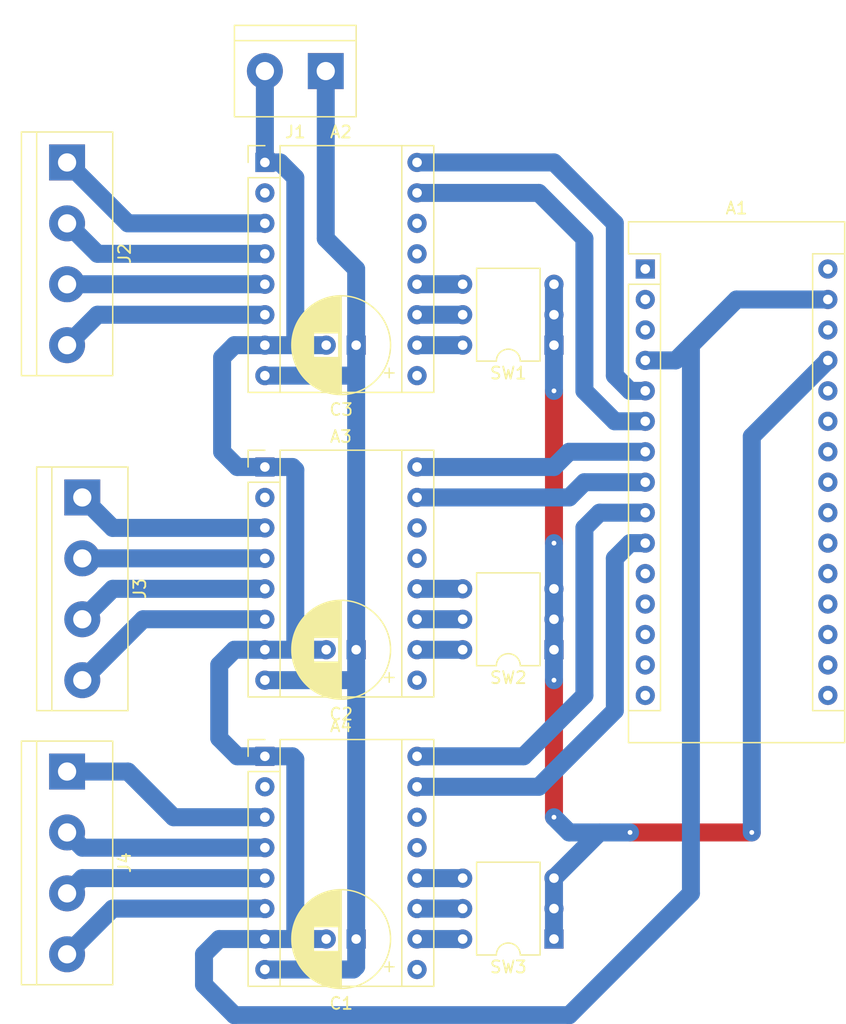
<source format=kicad_pcb>
(kicad_pcb (version 20171130) (host pcbnew 5.0.0-rc1-44a33f2~62~ubuntu17.10.1)

  (general
    (thickness 1.6)
    (drawings 0)
    (tracks 131)
    (zones 0)
    (modules 14)
    (nets 64)
  )

  (page A4)
  (layers
    (0 F.Cu signal)
    (31 B.Cu signal)
    (32 B.Adhes user)
    (33 F.Adhes user)
    (34 B.Paste user)
    (35 F.Paste user)
    (36 B.SilkS user)
    (37 F.SilkS user)
    (38 B.Mask user)
    (39 F.Mask user)
    (40 Dwgs.User user)
    (41 Cmts.User user)
    (42 Eco1.User user)
    (43 Eco2.User user)
    (44 Edge.Cuts user)
    (45 Margin user)
    (46 B.CrtYd user)
    (47 F.CrtYd user)
    (48 B.Fab user)
    (49 F.Fab user)
  )

  (setup
    (last_trace_width 1.5)
    (trace_clearance 0.2)
    (zone_clearance 0.508)
    (zone_45_only no)
    (trace_min 0.2)
    (segment_width 0.2)
    (edge_width 0.15)
    (via_size 0.8)
    (via_drill 0.4)
    (via_min_size 0.4)
    (via_min_drill 0.3)
    (uvia_size 0.3)
    (uvia_drill 0.1)
    (uvias_allowed no)
    (uvia_min_size 0.2)
    (uvia_min_drill 0.1)
    (pcb_text_width 0.3)
    (pcb_text_size 1.5 1.5)
    (mod_edge_width 0.15)
    (mod_text_size 1 1)
    (mod_text_width 0.15)
    (pad_size 1.524 1.524)
    (pad_drill 0.762)
    (pad_to_mask_clearance 0.2)
    (aux_axis_origin 0 0)
    (visible_elements FFFFFF7F)
    (pcbplotparams
      (layerselection 0x010fc_ffffffff)
      (usegerberextensions false)
      (usegerberattributes false)
      (usegerberadvancedattributes false)
      (creategerberjobfile false)
      (excludeedgelayer true)
      (linewidth 0.100000)
      (plotframeref false)
      (viasonmask false)
      (mode 1)
      (useauxorigin false)
      (hpglpennumber 1)
      (hpglpenspeed 20)
      (hpglpendiameter 15)
      (psnegative false)
      (psa4output false)
      (plotreference true)
      (plotvalue true)
      (plotinvisibletext false)
      (padsonsilk false)
      (subtractmaskfromsilk false)
      (outputformat 1)
      (mirror false)
      (drillshape 1)
      (scaleselection 1)
      (outputdirectory ""))
  )

  (net 0 "")
  (net 1 "Net-(A2-Pad3)")
  (net 2 "Net-(A2-Pad5)")
  (net 3 "Net-(A2-Pad4)")
  (net 4 "Net-(A2-Pad6)")
  (net 5 "Net-(A3-Pad6)")
  (net 6 "Net-(A3-Pad4)")
  (net 7 "Net-(A3-Pad5)")
  (net 8 "Net-(A3-Pad3)")
  (net 9 "Net-(A4-Pad3)")
  (net 10 "Net-(A4-Pad5)")
  (net 11 "Net-(A4-Pad4)")
  (net 12 "Net-(A4-Pad6)")
  (net 13 "Net-(A2-Pad8)")
  (net 14 "Net-(A1-Pad29)")
  (net 15 "Net-(A1-Pad27)")
  (net 16 "Net-(A2-Pad12)")
  (net 17 "Net-(A2-Pad11)")
  (net 18 "Net-(A2-Pad10)")
  (net 19 "Net-(A3-Pad10)")
  (net 20 "Net-(A3-Pad11)")
  (net 21 "Net-(A3-Pad12)")
  (net 22 "Net-(A4-Pad12)")
  (net 23 "Net-(A4-Pad11)")
  (net 24 "Net-(A4-Pad10)")
  (net 25 "Net-(A2-Pad9)")
  (net 26 "Net-(A2-Pad2)")
  (net 27 "Net-(A2-Pad13)")
  (net 28 "Net-(A2-Pad14)")
  (net 29 "Net-(A1-Pad6)")
  (net 30 "Net-(A1-Pad5)")
  (net 31 "Net-(A1-Pad7)")
  (net 32 "Net-(A1-Pad8)")
  (net 33 "Net-(A3-Pad14)")
  (net 34 "Net-(A3-Pad13)")
  (net 35 "Net-(A3-Pad2)")
  (net 36 "Net-(A3-Pad9)")
  (net 37 "Net-(A4-Pad9)")
  (net 38 "Net-(A4-Pad2)")
  (net 39 "Net-(A4-Pad13)")
  (net 40 "Net-(A4-Pad14)")
  (net 41 "Net-(A1-Pad10)")
  (net 42 "Net-(A1-Pad9)")
  (net 43 "Net-(A1-Pad1)")
  (net 44 "Net-(A1-Pad17)")
  (net 45 "Net-(A1-Pad2)")
  (net 46 "Net-(A1-Pad18)")
  (net 47 "Net-(A1-Pad3)")
  (net 48 "Net-(A1-Pad19)")
  (net 49 "Net-(A1-Pad20)")
  (net 50 "Net-(A1-Pad21)")
  (net 51 "Net-(A1-Pad22)")
  (net 52 "Net-(A1-Pad23)")
  (net 53 "Net-(A1-Pad24)")
  (net 54 "Net-(A1-Pad25)")
  (net 55 "Net-(A1-Pad26)")
  (net 56 "Net-(A1-Pad11)")
  (net 57 "Net-(A1-Pad12)")
  (net 58 "Net-(A1-Pad28)")
  (net 59 "Net-(A1-Pad13)")
  (net 60 "Net-(A1-Pad14)")
  (net 61 "Net-(A1-Pad30)")
  (net 62 "Net-(A1-Pad15)")
  (net 63 "Net-(A1-Pad16)")

  (net_class Default "This is the default net class."
    (clearance 0.2)
    (trace_width 1.5)
    (via_dia 0.8)
    (via_drill 0.4)
    (uvia_dia 0.3)
    (uvia_drill 0.1)
    (add_net "Net-(A1-Pad1)")
    (add_net "Net-(A1-Pad10)")
    (add_net "Net-(A1-Pad11)")
    (add_net "Net-(A1-Pad12)")
    (add_net "Net-(A1-Pad13)")
    (add_net "Net-(A1-Pad14)")
    (add_net "Net-(A1-Pad15)")
    (add_net "Net-(A1-Pad16)")
    (add_net "Net-(A1-Pad17)")
    (add_net "Net-(A1-Pad18)")
    (add_net "Net-(A1-Pad19)")
    (add_net "Net-(A1-Pad2)")
    (add_net "Net-(A1-Pad20)")
    (add_net "Net-(A1-Pad21)")
    (add_net "Net-(A1-Pad22)")
    (add_net "Net-(A1-Pad23)")
    (add_net "Net-(A1-Pad24)")
    (add_net "Net-(A1-Pad25)")
    (add_net "Net-(A1-Pad26)")
    (add_net "Net-(A1-Pad27)")
    (add_net "Net-(A1-Pad28)")
    (add_net "Net-(A1-Pad29)")
    (add_net "Net-(A1-Pad3)")
    (add_net "Net-(A1-Pad30)")
    (add_net "Net-(A1-Pad5)")
    (add_net "Net-(A1-Pad6)")
    (add_net "Net-(A1-Pad7)")
    (add_net "Net-(A1-Pad8)")
    (add_net "Net-(A1-Pad9)")
    (add_net "Net-(A2-Pad10)")
    (add_net "Net-(A2-Pad11)")
    (add_net "Net-(A2-Pad12)")
    (add_net "Net-(A2-Pad13)")
    (add_net "Net-(A2-Pad14)")
    (add_net "Net-(A2-Pad2)")
    (add_net "Net-(A2-Pad3)")
    (add_net "Net-(A2-Pad4)")
    (add_net "Net-(A2-Pad5)")
    (add_net "Net-(A2-Pad6)")
    (add_net "Net-(A2-Pad8)")
    (add_net "Net-(A2-Pad9)")
    (add_net "Net-(A3-Pad10)")
    (add_net "Net-(A3-Pad11)")
    (add_net "Net-(A3-Pad12)")
    (add_net "Net-(A3-Pad13)")
    (add_net "Net-(A3-Pad14)")
    (add_net "Net-(A3-Pad2)")
    (add_net "Net-(A3-Pad3)")
    (add_net "Net-(A3-Pad4)")
    (add_net "Net-(A3-Pad5)")
    (add_net "Net-(A3-Pad6)")
    (add_net "Net-(A3-Pad9)")
    (add_net "Net-(A4-Pad10)")
    (add_net "Net-(A4-Pad11)")
    (add_net "Net-(A4-Pad12)")
    (add_net "Net-(A4-Pad13)")
    (add_net "Net-(A4-Pad14)")
    (add_net "Net-(A4-Pad2)")
    (add_net "Net-(A4-Pad3)")
    (add_net "Net-(A4-Pad4)")
    (add_net "Net-(A4-Pad5)")
    (add_net "Net-(A4-Pad6)")
    (add_net "Net-(A4-Pad9)")
  )

  (module Capacitor_THT:CP_Radial_D8.0mm_P2.50mm (layer F.Cu) (tedit 5A533290) (tstamp 5AD8949F)
    (at 64.77 123.19 180)
    (descr "CP, Radial series, Radial, pin pitch=2.50mm, , diameter=8mm, Electrolytic Capacitor")
    (tags "CP Radial series Radial pin pitch 2.50mm  diameter 8mm Electrolytic Capacitor")
    (path /5AC28566)
    (fp_text reference C1 (at 1.25 -5.37 180) (layer F.SilkS)
      (effects (font (size 1 1) (thickness 0.15)))
    )
    (fp_text value 100u (at 1.25 5.37 180) (layer F.Fab)
      (effects (font (size 1 1) (thickness 0.15)))
    )
    (fp_circle (center 1.25 0) (end 5.25 0) (layer F.Fab) (width 0.1))
    (fp_circle (center 1.25 0) (end 5.37 0) (layer F.SilkS) (width 0.12))
    (fp_circle (center 1.25 0) (end 5.5 0) (layer F.CrtYd) (width 0.05))
    (fp_line (start -2.176759 -1.7475) (end -1.376759 -1.7475) (layer F.Fab) (width 0.1))
    (fp_line (start -1.776759 -2.1475) (end -1.776759 -1.3475) (layer F.Fab) (width 0.1))
    (fp_line (start 1.25 -4.08) (end 1.25 4.08) (layer F.SilkS) (width 0.12))
    (fp_line (start 1.29 -4.08) (end 1.29 4.08) (layer F.SilkS) (width 0.12))
    (fp_line (start 1.33 -4.08) (end 1.33 4.08) (layer F.SilkS) (width 0.12))
    (fp_line (start 1.37 -4.079) (end 1.37 4.079) (layer F.SilkS) (width 0.12))
    (fp_line (start 1.41 -4.077) (end 1.41 4.077) (layer F.SilkS) (width 0.12))
    (fp_line (start 1.45 -4.076) (end 1.45 4.076) (layer F.SilkS) (width 0.12))
    (fp_line (start 1.49 -4.074) (end 1.49 -1.04) (layer F.SilkS) (width 0.12))
    (fp_line (start 1.49 1.04) (end 1.49 4.074) (layer F.SilkS) (width 0.12))
    (fp_line (start 1.53 -4.071) (end 1.53 -1.04) (layer F.SilkS) (width 0.12))
    (fp_line (start 1.53 1.04) (end 1.53 4.071) (layer F.SilkS) (width 0.12))
    (fp_line (start 1.57 -4.068) (end 1.57 -1.04) (layer F.SilkS) (width 0.12))
    (fp_line (start 1.57 1.04) (end 1.57 4.068) (layer F.SilkS) (width 0.12))
    (fp_line (start 1.61 -4.065) (end 1.61 -1.04) (layer F.SilkS) (width 0.12))
    (fp_line (start 1.61 1.04) (end 1.61 4.065) (layer F.SilkS) (width 0.12))
    (fp_line (start 1.65 -4.061) (end 1.65 -1.04) (layer F.SilkS) (width 0.12))
    (fp_line (start 1.65 1.04) (end 1.65 4.061) (layer F.SilkS) (width 0.12))
    (fp_line (start 1.69 -4.057) (end 1.69 -1.04) (layer F.SilkS) (width 0.12))
    (fp_line (start 1.69 1.04) (end 1.69 4.057) (layer F.SilkS) (width 0.12))
    (fp_line (start 1.73 -4.052) (end 1.73 -1.04) (layer F.SilkS) (width 0.12))
    (fp_line (start 1.73 1.04) (end 1.73 4.052) (layer F.SilkS) (width 0.12))
    (fp_line (start 1.77 -4.048) (end 1.77 -1.04) (layer F.SilkS) (width 0.12))
    (fp_line (start 1.77 1.04) (end 1.77 4.048) (layer F.SilkS) (width 0.12))
    (fp_line (start 1.81 -4.042) (end 1.81 -1.04) (layer F.SilkS) (width 0.12))
    (fp_line (start 1.81 1.04) (end 1.81 4.042) (layer F.SilkS) (width 0.12))
    (fp_line (start 1.85 -4.037) (end 1.85 -1.04) (layer F.SilkS) (width 0.12))
    (fp_line (start 1.85 1.04) (end 1.85 4.037) (layer F.SilkS) (width 0.12))
    (fp_line (start 1.89 -4.03) (end 1.89 -1.04) (layer F.SilkS) (width 0.12))
    (fp_line (start 1.89 1.04) (end 1.89 4.03) (layer F.SilkS) (width 0.12))
    (fp_line (start 1.93 -4.024) (end 1.93 -1.04) (layer F.SilkS) (width 0.12))
    (fp_line (start 1.93 1.04) (end 1.93 4.024) (layer F.SilkS) (width 0.12))
    (fp_line (start 1.971 -4.017) (end 1.971 -1.04) (layer F.SilkS) (width 0.12))
    (fp_line (start 1.971 1.04) (end 1.971 4.017) (layer F.SilkS) (width 0.12))
    (fp_line (start 2.011 -4.01) (end 2.011 -1.04) (layer F.SilkS) (width 0.12))
    (fp_line (start 2.011 1.04) (end 2.011 4.01) (layer F.SilkS) (width 0.12))
    (fp_line (start 2.051 -4.002) (end 2.051 -1.04) (layer F.SilkS) (width 0.12))
    (fp_line (start 2.051 1.04) (end 2.051 4.002) (layer F.SilkS) (width 0.12))
    (fp_line (start 2.091 -3.994) (end 2.091 -1.04) (layer F.SilkS) (width 0.12))
    (fp_line (start 2.091 1.04) (end 2.091 3.994) (layer F.SilkS) (width 0.12))
    (fp_line (start 2.131 -3.985) (end 2.131 -1.04) (layer F.SilkS) (width 0.12))
    (fp_line (start 2.131 1.04) (end 2.131 3.985) (layer F.SilkS) (width 0.12))
    (fp_line (start 2.171 -3.976) (end 2.171 -1.04) (layer F.SilkS) (width 0.12))
    (fp_line (start 2.171 1.04) (end 2.171 3.976) (layer F.SilkS) (width 0.12))
    (fp_line (start 2.211 -3.967) (end 2.211 -1.04) (layer F.SilkS) (width 0.12))
    (fp_line (start 2.211 1.04) (end 2.211 3.967) (layer F.SilkS) (width 0.12))
    (fp_line (start 2.251 -3.957) (end 2.251 -1.04) (layer F.SilkS) (width 0.12))
    (fp_line (start 2.251 1.04) (end 2.251 3.957) (layer F.SilkS) (width 0.12))
    (fp_line (start 2.291 -3.947) (end 2.291 -1.04) (layer F.SilkS) (width 0.12))
    (fp_line (start 2.291 1.04) (end 2.291 3.947) (layer F.SilkS) (width 0.12))
    (fp_line (start 2.331 -3.936) (end 2.331 -1.04) (layer F.SilkS) (width 0.12))
    (fp_line (start 2.331 1.04) (end 2.331 3.936) (layer F.SilkS) (width 0.12))
    (fp_line (start 2.371 -3.925) (end 2.371 -1.04) (layer F.SilkS) (width 0.12))
    (fp_line (start 2.371 1.04) (end 2.371 3.925) (layer F.SilkS) (width 0.12))
    (fp_line (start 2.411 -3.914) (end 2.411 -1.04) (layer F.SilkS) (width 0.12))
    (fp_line (start 2.411 1.04) (end 2.411 3.914) (layer F.SilkS) (width 0.12))
    (fp_line (start 2.451 -3.902) (end 2.451 -1.04) (layer F.SilkS) (width 0.12))
    (fp_line (start 2.451 1.04) (end 2.451 3.902) (layer F.SilkS) (width 0.12))
    (fp_line (start 2.491 -3.889) (end 2.491 -1.04) (layer F.SilkS) (width 0.12))
    (fp_line (start 2.491 1.04) (end 2.491 3.889) (layer F.SilkS) (width 0.12))
    (fp_line (start 2.531 -3.877) (end 2.531 -1.04) (layer F.SilkS) (width 0.12))
    (fp_line (start 2.531 1.04) (end 2.531 3.877) (layer F.SilkS) (width 0.12))
    (fp_line (start 2.571 -3.863) (end 2.571 -1.04) (layer F.SilkS) (width 0.12))
    (fp_line (start 2.571 1.04) (end 2.571 3.863) (layer F.SilkS) (width 0.12))
    (fp_line (start 2.611 -3.85) (end 2.611 -1.04) (layer F.SilkS) (width 0.12))
    (fp_line (start 2.611 1.04) (end 2.611 3.85) (layer F.SilkS) (width 0.12))
    (fp_line (start 2.651 -3.835) (end 2.651 -1.04) (layer F.SilkS) (width 0.12))
    (fp_line (start 2.651 1.04) (end 2.651 3.835) (layer F.SilkS) (width 0.12))
    (fp_line (start 2.691 -3.821) (end 2.691 -1.04) (layer F.SilkS) (width 0.12))
    (fp_line (start 2.691 1.04) (end 2.691 3.821) (layer F.SilkS) (width 0.12))
    (fp_line (start 2.731 -3.805) (end 2.731 -1.04) (layer F.SilkS) (width 0.12))
    (fp_line (start 2.731 1.04) (end 2.731 3.805) (layer F.SilkS) (width 0.12))
    (fp_line (start 2.771 -3.79) (end 2.771 -1.04) (layer F.SilkS) (width 0.12))
    (fp_line (start 2.771 1.04) (end 2.771 3.79) (layer F.SilkS) (width 0.12))
    (fp_line (start 2.811 -3.774) (end 2.811 -1.04) (layer F.SilkS) (width 0.12))
    (fp_line (start 2.811 1.04) (end 2.811 3.774) (layer F.SilkS) (width 0.12))
    (fp_line (start 2.851 -3.757) (end 2.851 -1.04) (layer F.SilkS) (width 0.12))
    (fp_line (start 2.851 1.04) (end 2.851 3.757) (layer F.SilkS) (width 0.12))
    (fp_line (start 2.891 -3.74) (end 2.891 -1.04) (layer F.SilkS) (width 0.12))
    (fp_line (start 2.891 1.04) (end 2.891 3.74) (layer F.SilkS) (width 0.12))
    (fp_line (start 2.931 -3.722) (end 2.931 -1.04) (layer F.SilkS) (width 0.12))
    (fp_line (start 2.931 1.04) (end 2.931 3.722) (layer F.SilkS) (width 0.12))
    (fp_line (start 2.971 -3.704) (end 2.971 -1.04) (layer F.SilkS) (width 0.12))
    (fp_line (start 2.971 1.04) (end 2.971 3.704) (layer F.SilkS) (width 0.12))
    (fp_line (start 3.011 -3.686) (end 3.011 -1.04) (layer F.SilkS) (width 0.12))
    (fp_line (start 3.011 1.04) (end 3.011 3.686) (layer F.SilkS) (width 0.12))
    (fp_line (start 3.051 -3.666) (end 3.051 -1.04) (layer F.SilkS) (width 0.12))
    (fp_line (start 3.051 1.04) (end 3.051 3.666) (layer F.SilkS) (width 0.12))
    (fp_line (start 3.091 -3.647) (end 3.091 -1.04) (layer F.SilkS) (width 0.12))
    (fp_line (start 3.091 1.04) (end 3.091 3.647) (layer F.SilkS) (width 0.12))
    (fp_line (start 3.131 -3.627) (end 3.131 -1.04) (layer F.SilkS) (width 0.12))
    (fp_line (start 3.131 1.04) (end 3.131 3.627) (layer F.SilkS) (width 0.12))
    (fp_line (start 3.171 -3.606) (end 3.171 -1.04) (layer F.SilkS) (width 0.12))
    (fp_line (start 3.171 1.04) (end 3.171 3.606) (layer F.SilkS) (width 0.12))
    (fp_line (start 3.211 -3.584) (end 3.211 -1.04) (layer F.SilkS) (width 0.12))
    (fp_line (start 3.211 1.04) (end 3.211 3.584) (layer F.SilkS) (width 0.12))
    (fp_line (start 3.251 -3.562) (end 3.251 -1.04) (layer F.SilkS) (width 0.12))
    (fp_line (start 3.251 1.04) (end 3.251 3.562) (layer F.SilkS) (width 0.12))
    (fp_line (start 3.291 -3.54) (end 3.291 -1.04) (layer F.SilkS) (width 0.12))
    (fp_line (start 3.291 1.04) (end 3.291 3.54) (layer F.SilkS) (width 0.12))
    (fp_line (start 3.331 -3.517) (end 3.331 -1.04) (layer F.SilkS) (width 0.12))
    (fp_line (start 3.331 1.04) (end 3.331 3.517) (layer F.SilkS) (width 0.12))
    (fp_line (start 3.371 -3.493) (end 3.371 -1.04) (layer F.SilkS) (width 0.12))
    (fp_line (start 3.371 1.04) (end 3.371 3.493) (layer F.SilkS) (width 0.12))
    (fp_line (start 3.411 -3.469) (end 3.411 -1.04) (layer F.SilkS) (width 0.12))
    (fp_line (start 3.411 1.04) (end 3.411 3.469) (layer F.SilkS) (width 0.12))
    (fp_line (start 3.451 -3.444) (end 3.451 -1.04) (layer F.SilkS) (width 0.12))
    (fp_line (start 3.451 1.04) (end 3.451 3.444) (layer F.SilkS) (width 0.12))
    (fp_line (start 3.491 -3.418) (end 3.491 -1.04) (layer F.SilkS) (width 0.12))
    (fp_line (start 3.491 1.04) (end 3.491 3.418) (layer F.SilkS) (width 0.12))
    (fp_line (start 3.531 -3.392) (end 3.531 -1.04) (layer F.SilkS) (width 0.12))
    (fp_line (start 3.531 1.04) (end 3.531 3.392) (layer F.SilkS) (width 0.12))
    (fp_line (start 3.571 -3.365) (end 3.571 3.365) (layer F.SilkS) (width 0.12))
    (fp_line (start 3.611 -3.338) (end 3.611 3.338) (layer F.SilkS) (width 0.12))
    (fp_line (start 3.651 -3.309) (end 3.651 3.309) (layer F.SilkS) (width 0.12))
    (fp_line (start 3.691 -3.28) (end 3.691 3.28) (layer F.SilkS) (width 0.12))
    (fp_line (start 3.731 -3.25) (end 3.731 3.25) (layer F.SilkS) (width 0.12))
    (fp_line (start 3.771 -3.22) (end 3.771 3.22) (layer F.SilkS) (width 0.12))
    (fp_line (start 3.811 -3.189) (end 3.811 3.189) (layer F.SilkS) (width 0.12))
    (fp_line (start 3.851 -3.156) (end 3.851 3.156) (layer F.SilkS) (width 0.12))
    (fp_line (start 3.891 -3.124) (end 3.891 3.124) (layer F.SilkS) (width 0.12))
    (fp_line (start 3.931 -3.09) (end 3.931 3.09) (layer F.SilkS) (width 0.12))
    (fp_line (start 3.971 -3.055) (end 3.971 3.055) (layer F.SilkS) (width 0.12))
    (fp_line (start 4.011 -3.019) (end 4.011 3.019) (layer F.SilkS) (width 0.12))
    (fp_line (start 4.051 -2.983) (end 4.051 2.983) (layer F.SilkS) (width 0.12))
    (fp_line (start 4.091 -2.945) (end 4.091 2.945) (layer F.SilkS) (width 0.12))
    (fp_line (start 4.131 -2.907) (end 4.131 2.907) (layer F.SilkS) (width 0.12))
    (fp_line (start 4.171 -2.867) (end 4.171 2.867) (layer F.SilkS) (width 0.12))
    (fp_line (start 4.211 -2.826) (end 4.211 2.826) (layer F.SilkS) (width 0.12))
    (fp_line (start 4.251 -2.784) (end 4.251 2.784) (layer F.SilkS) (width 0.12))
    (fp_line (start 4.291 -2.741) (end 4.291 2.741) (layer F.SilkS) (width 0.12))
    (fp_line (start 4.331 -2.697) (end 4.331 2.697) (layer F.SilkS) (width 0.12))
    (fp_line (start 4.371 -2.651) (end 4.371 2.651) (layer F.SilkS) (width 0.12))
    (fp_line (start 4.411 -2.604) (end 4.411 2.604) (layer F.SilkS) (width 0.12))
    (fp_line (start 4.451 -2.556) (end 4.451 2.556) (layer F.SilkS) (width 0.12))
    (fp_line (start 4.491 -2.505) (end 4.491 2.505) (layer F.SilkS) (width 0.12))
    (fp_line (start 4.531 -2.454) (end 4.531 2.454) (layer F.SilkS) (width 0.12))
    (fp_line (start 4.571 -2.4) (end 4.571 2.4) (layer F.SilkS) (width 0.12))
    (fp_line (start 4.611 -2.345) (end 4.611 2.345) (layer F.SilkS) (width 0.12))
    (fp_line (start 4.651 -2.287) (end 4.651 2.287) (layer F.SilkS) (width 0.12))
    (fp_line (start 4.691 -2.228) (end 4.691 2.228) (layer F.SilkS) (width 0.12))
    (fp_line (start 4.731 -2.166) (end 4.731 2.166) (layer F.SilkS) (width 0.12))
    (fp_line (start 4.771 -2.102) (end 4.771 2.102) (layer F.SilkS) (width 0.12))
    (fp_line (start 4.811 -2.034) (end 4.811 2.034) (layer F.SilkS) (width 0.12))
    (fp_line (start 4.851 -1.964) (end 4.851 1.964) (layer F.SilkS) (width 0.12))
    (fp_line (start 4.891 -1.89) (end 4.891 1.89) (layer F.SilkS) (width 0.12))
    (fp_line (start 4.931 -1.813) (end 4.931 1.813) (layer F.SilkS) (width 0.12))
    (fp_line (start 4.971 -1.731) (end 4.971 1.731) (layer F.SilkS) (width 0.12))
    (fp_line (start 5.011 -1.645) (end 5.011 1.645) (layer F.SilkS) (width 0.12))
    (fp_line (start 5.051 -1.552) (end 5.051 1.552) (layer F.SilkS) (width 0.12))
    (fp_line (start 5.091 -1.453) (end 5.091 1.453) (layer F.SilkS) (width 0.12))
    (fp_line (start 5.131 -1.346) (end 5.131 1.346) (layer F.SilkS) (width 0.12))
    (fp_line (start 5.171 -1.229) (end 5.171 1.229) (layer F.SilkS) (width 0.12))
    (fp_line (start 5.211 -1.098) (end 5.211 1.098) (layer F.SilkS) (width 0.12))
    (fp_line (start 5.251 -0.948) (end 5.251 0.948) (layer F.SilkS) (width 0.12))
    (fp_line (start 5.291 -0.768) (end 5.291 0.768) (layer F.SilkS) (width 0.12))
    (fp_line (start 5.331 -0.533) (end 5.331 0.533) (layer F.SilkS) (width 0.12))
    (fp_line (start -3.159698 -2.315) (end -2.359698 -2.315) (layer F.SilkS) (width 0.12))
    (fp_line (start -2.759698 -2.715) (end -2.759698 -1.915) (layer F.SilkS) (width 0.12))
    (fp_text user %R (at 1.25 0 180) (layer F.Fab)
      (effects (font (size 1 1) (thickness 0.15)))
    )
    (pad 1 thru_hole rect (at 0 0 180) (size 1.6 1.6) (drill 0.8) (layers *.Cu *.Mask)
      (net 13 "Net-(A2-Pad8)"))
    (pad 2 thru_hole circle (at 2.5 0 180) (size 1.6 1.6) (drill 0.8) (layers *.Cu *.Mask)
      (net 14 "Net-(A1-Pad29)"))
    (model ${KISYS3DMOD}/Capacitor_THT.3dshapes/CP_Radial_D8.0mm_P2.50mm.wrl
      (at (xyz 0 0 0))
      (scale (xyz 1 1 1))
      (rotate (xyz 0 0 0))
    )
  )

  (module Capacitor_THT:CP_Radial_D8.0mm_P2.50mm (layer F.Cu) (tedit 5A533290) (tstamp 5AD895F1)
    (at 64.77 73.66 180)
    (descr "CP, Radial series, Radial, pin pitch=2.50mm, , diameter=8mm, Electrolytic Capacitor")
    (tags "CP Radial series Radial pin pitch 2.50mm  diameter 8mm Electrolytic Capacitor")
    (path /5AC2863D)
    (fp_text reference C3 (at 1.25 -5.37 180) (layer F.SilkS)
      (effects (font (size 1 1) (thickness 0.15)))
    )
    (fp_text value 100u (at 1.25 5.37 180) (layer F.Fab)
      (effects (font (size 1 1) (thickness 0.15)))
    )
    (fp_circle (center 1.25 0) (end 5.25 0) (layer F.Fab) (width 0.1))
    (fp_circle (center 1.25 0) (end 5.37 0) (layer F.SilkS) (width 0.12))
    (fp_circle (center 1.25 0) (end 5.5 0) (layer F.CrtYd) (width 0.05))
    (fp_line (start -2.176759 -1.7475) (end -1.376759 -1.7475) (layer F.Fab) (width 0.1))
    (fp_line (start -1.776759 -2.1475) (end -1.776759 -1.3475) (layer F.Fab) (width 0.1))
    (fp_line (start 1.25 -4.08) (end 1.25 4.08) (layer F.SilkS) (width 0.12))
    (fp_line (start 1.29 -4.08) (end 1.29 4.08) (layer F.SilkS) (width 0.12))
    (fp_line (start 1.33 -4.08) (end 1.33 4.08) (layer F.SilkS) (width 0.12))
    (fp_line (start 1.37 -4.079) (end 1.37 4.079) (layer F.SilkS) (width 0.12))
    (fp_line (start 1.41 -4.077) (end 1.41 4.077) (layer F.SilkS) (width 0.12))
    (fp_line (start 1.45 -4.076) (end 1.45 4.076) (layer F.SilkS) (width 0.12))
    (fp_line (start 1.49 -4.074) (end 1.49 -1.04) (layer F.SilkS) (width 0.12))
    (fp_line (start 1.49 1.04) (end 1.49 4.074) (layer F.SilkS) (width 0.12))
    (fp_line (start 1.53 -4.071) (end 1.53 -1.04) (layer F.SilkS) (width 0.12))
    (fp_line (start 1.53 1.04) (end 1.53 4.071) (layer F.SilkS) (width 0.12))
    (fp_line (start 1.57 -4.068) (end 1.57 -1.04) (layer F.SilkS) (width 0.12))
    (fp_line (start 1.57 1.04) (end 1.57 4.068) (layer F.SilkS) (width 0.12))
    (fp_line (start 1.61 -4.065) (end 1.61 -1.04) (layer F.SilkS) (width 0.12))
    (fp_line (start 1.61 1.04) (end 1.61 4.065) (layer F.SilkS) (width 0.12))
    (fp_line (start 1.65 -4.061) (end 1.65 -1.04) (layer F.SilkS) (width 0.12))
    (fp_line (start 1.65 1.04) (end 1.65 4.061) (layer F.SilkS) (width 0.12))
    (fp_line (start 1.69 -4.057) (end 1.69 -1.04) (layer F.SilkS) (width 0.12))
    (fp_line (start 1.69 1.04) (end 1.69 4.057) (layer F.SilkS) (width 0.12))
    (fp_line (start 1.73 -4.052) (end 1.73 -1.04) (layer F.SilkS) (width 0.12))
    (fp_line (start 1.73 1.04) (end 1.73 4.052) (layer F.SilkS) (width 0.12))
    (fp_line (start 1.77 -4.048) (end 1.77 -1.04) (layer F.SilkS) (width 0.12))
    (fp_line (start 1.77 1.04) (end 1.77 4.048) (layer F.SilkS) (width 0.12))
    (fp_line (start 1.81 -4.042) (end 1.81 -1.04) (layer F.SilkS) (width 0.12))
    (fp_line (start 1.81 1.04) (end 1.81 4.042) (layer F.SilkS) (width 0.12))
    (fp_line (start 1.85 -4.037) (end 1.85 -1.04) (layer F.SilkS) (width 0.12))
    (fp_line (start 1.85 1.04) (end 1.85 4.037) (layer F.SilkS) (width 0.12))
    (fp_line (start 1.89 -4.03) (end 1.89 -1.04) (layer F.SilkS) (width 0.12))
    (fp_line (start 1.89 1.04) (end 1.89 4.03) (layer F.SilkS) (width 0.12))
    (fp_line (start 1.93 -4.024) (end 1.93 -1.04) (layer F.SilkS) (width 0.12))
    (fp_line (start 1.93 1.04) (end 1.93 4.024) (layer F.SilkS) (width 0.12))
    (fp_line (start 1.971 -4.017) (end 1.971 -1.04) (layer F.SilkS) (width 0.12))
    (fp_line (start 1.971 1.04) (end 1.971 4.017) (layer F.SilkS) (width 0.12))
    (fp_line (start 2.011 -4.01) (end 2.011 -1.04) (layer F.SilkS) (width 0.12))
    (fp_line (start 2.011 1.04) (end 2.011 4.01) (layer F.SilkS) (width 0.12))
    (fp_line (start 2.051 -4.002) (end 2.051 -1.04) (layer F.SilkS) (width 0.12))
    (fp_line (start 2.051 1.04) (end 2.051 4.002) (layer F.SilkS) (width 0.12))
    (fp_line (start 2.091 -3.994) (end 2.091 -1.04) (layer F.SilkS) (width 0.12))
    (fp_line (start 2.091 1.04) (end 2.091 3.994) (layer F.SilkS) (width 0.12))
    (fp_line (start 2.131 -3.985) (end 2.131 -1.04) (layer F.SilkS) (width 0.12))
    (fp_line (start 2.131 1.04) (end 2.131 3.985) (layer F.SilkS) (width 0.12))
    (fp_line (start 2.171 -3.976) (end 2.171 -1.04) (layer F.SilkS) (width 0.12))
    (fp_line (start 2.171 1.04) (end 2.171 3.976) (layer F.SilkS) (width 0.12))
    (fp_line (start 2.211 -3.967) (end 2.211 -1.04) (layer F.SilkS) (width 0.12))
    (fp_line (start 2.211 1.04) (end 2.211 3.967) (layer F.SilkS) (width 0.12))
    (fp_line (start 2.251 -3.957) (end 2.251 -1.04) (layer F.SilkS) (width 0.12))
    (fp_line (start 2.251 1.04) (end 2.251 3.957) (layer F.SilkS) (width 0.12))
    (fp_line (start 2.291 -3.947) (end 2.291 -1.04) (layer F.SilkS) (width 0.12))
    (fp_line (start 2.291 1.04) (end 2.291 3.947) (layer F.SilkS) (width 0.12))
    (fp_line (start 2.331 -3.936) (end 2.331 -1.04) (layer F.SilkS) (width 0.12))
    (fp_line (start 2.331 1.04) (end 2.331 3.936) (layer F.SilkS) (width 0.12))
    (fp_line (start 2.371 -3.925) (end 2.371 -1.04) (layer F.SilkS) (width 0.12))
    (fp_line (start 2.371 1.04) (end 2.371 3.925) (layer F.SilkS) (width 0.12))
    (fp_line (start 2.411 -3.914) (end 2.411 -1.04) (layer F.SilkS) (width 0.12))
    (fp_line (start 2.411 1.04) (end 2.411 3.914) (layer F.SilkS) (width 0.12))
    (fp_line (start 2.451 -3.902) (end 2.451 -1.04) (layer F.SilkS) (width 0.12))
    (fp_line (start 2.451 1.04) (end 2.451 3.902) (layer F.SilkS) (width 0.12))
    (fp_line (start 2.491 -3.889) (end 2.491 -1.04) (layer F.SilkS) (width 0.12))
    (fp_line (start 2.491 1.04) (end 2.491 3.889) (layer F.SilkS) (width 0.12))
    (fp_line (start 2.531 -3.877) (end 2.531 -1.04) (layer F.SilkS) (width 0.12))
    (fp_line (start 2.531 1.04) (end 2.531 3.877) (layer F.SilkS) (width 0.12))
    (fp_line (start 2.571 -3.863) (end 2.571 -1.04) (layer F.SilkS) (width 0.12))
    (fp_line (start 2.571 1.04) (end 2.571 3.863) (layer F.SilkS) (width 0.12))
    (fp_line (start 2.611 -3.85) (end 2.611 -1.04) (layer F.SilkS) (width 0.12))
    (fp_line (start 2.611 1.04) (end 2.611 3.85) (layer F.SilkS) (width 0.12))
    (fp_line (start 2.651 -3.835) (end 2.651 -1.04) (layer F.SilkS) (width 0.12))
    (fp_line (start 2.651 1.04) (end 2.651 3.835) (layer F.SilkS) (width 0.12))
    (fp_line (start 2.691 -3.821) (end 2.691 -1.04) (layer F.SilkS) (width 0.12))
    (fp_line (start 2.691 1.04) (end 2.691 3.821) (layer F.SilkS) (width 0.12))
    (fp_line (start 2.731 -3.805) (end 2.731 -1.04) (layer F.SilkS) (width 0.12))
    (fp_line (start 2.731 1.04) (end 2.731 3.805) (layer F.SilkS) (width 0.12))
    (fp_line (start 2.771 -3.79) (end 2.771 -1.04) (layer F.SilkS) (width 0.12))
    (fp_line (start 2.771 1.04) (end 2.771 3.79) (layer F.SilkS) (width 0.12))
    (fp_line (start 2.811 -3.774) (end 2.811 -1.04) (layer F.SilkS) (width 0.12))
    (fp_line (start 2.811 1.04) (end 2.811 3.774) (layer F.SilkS) (width 0.12))
    (fp_line (start 2.851 -3.757) (end 2.851 -1.04) (layer F.SilkS) (width 0.12))
    (fp_line (start 2.851 1.04) (end 2.851 3.757) (layer F.SilkS) (width 0.12))
    (fp_line (start 2.891 -3.74) (end 2.891 -1.04) (layer F.SilkS) (width 0.12))
    (fp_line (start 2.891 1.04) (end 2.891 3.74) (layer F.SilkS) (width 0.12))
    (fp_line (start 2.931 -3.722) (end 2.931 -1.04) (layer F.SilkS) (width 0.12))
    (fp_line (start 2.931 1.04) (end 2.931 3.722) (layer F.SilkS) (width 0.12))
    (fp_line (start 2.971 -3.704) (end 2.971 -1.04) (layer F.SilkS) (width 0.12))
    (fp_line (start 2.971 1.04) (end 2.971 3.704) (layer F.SilkS) (width 0.12))
    (fp_line (start 3.011 -3.686) (end 3.011 -1.04) (layer F.SilkS) (width 0.12))
    (fp_line (start 3.011 1.04) (end 3.011 3.686) (layer F.SilkS) (width 0.12))
    (fp_line (start 3.051 -3.666) (end 3.051 -1.04) (layer F.SilkS) (width 0.12))
    (fp_line (start 3.051 1.04) (end 3.051 3.666) (layer F.SilkS) (width 0.12))
    (fp_line (start 3.091 -3.647) (end 3.091 -1.04) (layer F.SilkS) (width 0.12))
    (fp_line (start 3.091 1.04) (end 3.091 3.647) (layer F.SilkS) (width 0.12))
    (fp_line (start 3.131 -3.627) (end 3.131 -1.04) (layer F.SilkS) (width 0.12))
    (fp_line (start 3.131 1.04) (end 3.131 3.627) (layer F.SilkS) (width 0.12))
    (fp_line (start 3.171 -3.606) (end 3.171 -1.04) (layer F.SilkS) (width 0.12))
    (fp_line (start 3.171 1.04) (end 3.171 3.606) (layer F.SilkS) (width 0.12))
    (fp_line (start 3.211 -3.584) (end 3.211 -1.04) (layer F.SilkS) (width 0.12))
    (fp_line (start 3.211 1.04) (end 3.211 3.584) (layer F.SilkS) (width 0.12))
    (fp_line (start 3.251 -3.562) (end 3.251 -1.04) (layer F.SilkS) (width 0.12))
    (fp_line (start 3.251 1.04) (end 3.251 3.562) (layer F.SilkS) (width 0.12))
    (fp_line (start 3.291 -3.54) (end 3.291 -1.04) (layer F.SilkS) (width 0.12))
    (fp_line (start 3.291 1.04) (end 3.291 3.54) (layer F.SilkS) (width 0.12))
    (fp_line (start 3.331 -3.517) (end 3.331 -1.04) (layer F.SilkS) (width 0.12))
    (fp_line (start 3.331 1.04) (end 3.331 3.517) (layer F.SilkS) (width 0.12))
    (fp_line (start 3.371 -3.493) (end 3.371 -1.04) (layer F.SilkS) (width 0.12))
    (fp_line (start 3.371 1.04) (end 3.371 3.493) (layer F.SilkS) (width 0.12))
    (fp_line (start 3.411 -3.469) (end 3.411 -1.04) (layer F.SilkS) (width 0.12))
    (fp_line (start 3.411 1.04) (end 3.411 3.469) (layer F.SilkS) (width 0.12))
    (fp_line (start 3.451 -3.444) (end 3.451 -1.04) (layer F.SilkS) (width 0.12))
    (fp_line (start 3.451 1.04) (end 3.451 3.444) (layer F.SilkS) (width 0.12))
    (fp_line (start 3.491 -3.418) (end 3.491 -1.04) (layer F.SilkS) (width 0.12))
    (fp_line (start 3.491 1.04) (end 3.491 3.418) (layer F.SilkS) (width 0.12))
    (fp_line (start 3.531 -3.392) (end 3.531 -1.04) (layer F.SilkS) (width 0.12))
    (fp_line (start 3.531 1.04) (end 3.531 3.392) (layer F.SilkS) (width 0.12))
    (fp_line (start 3.571 -3.365) (end 3.571 3.365) (layer F.SilkS) (width 0.12))
    (fp_line (start 3.611 -3.338) (end 3.611 3.338) (layer F.SilkS) (width 0.12))
    (fp_line (start 3.651 -3.309) (end 3.651 3.309) (layer F.SilkS) (width 0.12))
    (fp_line (start 3.691 -3.28) (end 3.691 3.28) (layer F.SilkS) (width 0.12))
    (fp_line (start 3.731 -3.25) (end 3.731 3.25) (layer F.SilkS) (width 0.12))
    (fp_line (start 3.771 -3.22) (end 3.771 3.22) (layer F.SilkS) (width 0.12))
    (fp_line (start 3.811 -3.189) (end 3.811 3.189) (layer F.SilkS) (width 0.12))
    (fp_line (start 3.851 -3.156) (end 3.851 3.156) (layer F.SilkS) (width 0.12))
    (fp_line (start 3.891 -3.124) (end 3.891 3.124) (layer F.SilkS) (width 0.12))
    (fp_line (start 3.931 -3.09) (end 3.931 3.09) (layer F.SilkS) (width 0.12))
    (fp_line (start 3.971 -3.055) (end 3.971 3.055) (layer F.SilkS) (width 0.12))
    (fp_line (start 4.011 -3.019) (end 4.011 3.019) (layer F.SilkS) (width 0.12))
    (fp_line (start 4.051 -2.983) (end 4.051 2.983) (layer F.SilkS) (width 0.12))
    (fp_line (start 4.091 -2.945) (end 4.091 2.945) (layer F.SilkS) (width 0.12))
    (fp_line (start 4.131 -2.907) (end 4.131 2.907) (layer F.SilkS) (width 0.12))
    (fp_line (start 4.171 -2.867) (end 4.171 2.867) (layer F.SilkS) (width 0.12))
    (fp_line (start 4.211 -2.826) (end 4.211 2.826) (layer F.SilkS) (width 0.12))
    (fp_line (start 4.251 -2.784) (end 4.251 2.784) (layer F.SilkS) (width 0.12))
    (fp_line (start 4.291 -2.741) (end 4.291 2.741) (layer F.SilkS) (width 0.12))
    (fp_line (start 4.331 -2.697) (end 4.331 2.697) (layer F.SilkS) (width 0.12))
    (fp_line (start 4.371 -2.651) (end 4.371 2.651) (layer F.SilkS) (width 0.12))
    (fp_line (start 4.411 -2.604) (end 4.411 2.604) (layer F.SilkS) (width 0.12))
    (fp_line (start 4.451 -2.556) (end 4.451 2.556) (layer F.SilkS) (width 0.12))
    (fp_line (start 4.491 -2.505) (end 4.491 2.505) (layer F.SilkS) (width 0.12))
    (fp_line (start 4.531 -2.454) (end 4.531 2.454) (layer F.SilkS) (width 0.12))
    (fp_line (start 4.571 -2.4) (end 4.571 2.4) (layer F.SilkS) (width 0.12))
    (fp_line (start 4.611 -2.345) (end 4.611 2.345) (layer F.SilkS) (width 0.12))
    (fp_line (start 4.651 -2.287) (end 4.651 2.287) (layer F.SilkS) (width 0.12))
    (fp_line (start 4.691 -2.228) (end 4.691 2.228) (layer F.SilkS) (width 0.12))
    (fp_line (start 4.731 -2.166) (end 4.731 2.166) (layer F.SilkS) (width 0.12))
    (fp_line (start 4.771 -2.102) (end 4.771 2.102) (layer F.SilkS) (width 0.12))
    (fp_line (start 4.811 -2.034) (end 4.811 2.034) (layer F.SilkS) (width 0.12))
    (fp_line (start 4.851 -1.964) (end 4.851 1.964) (layer F.SilkS) (width 0.12))
    (fp_line (start 4.891 -1.89) (end 4.891 1.89) (layer F.SilkS) (width 0.12))
    (fp_line (start 4.931 -1.813) (end 4.931 1.813) (layer F.SilkS) (width 0.12))
    (fp_line (start 4.971 -1.731) (end 4.971 1.731) (layer F.SilkS) (width 0.12))
    (fp_line (start 5.011 -1.645) (end 5.011 1.645) (layer F.SilkS) (width 0.12))
    (fp_line (start 5.051 -1.552) (end 5.051 1.552) (layer F.SilkS) (width 0.12))
    (fp_line (start 5.091 -1.453) (end 5.091 1.453) (layer F.SilkS) (width 0.12))
    (fp_line (start 5.131 -1.346) (end 5.131 1.346) (layer F.SilkS) (width 0.12))
    (fp_line (start 5.171 -1.229) (end 5.171 1.229) (layer F.SilkS) (width 0.12))
    (fp_line (start 5.211 -1.098) (end 5.211 1.098) (layer F.SilkS) (width 0.12))
    (fp_line (start 5.251 -0.948) (end 5.251 0.948) (layer F.SilkS) (width 0.12))
    (fp_line (start 5.291 -0.768) (end 5.291 0.768) (layer F.SilkS) (width 0.12))
    (fp_line (start 5.331 -0.533) (end 5.331 0.533) (layer F.SilkS) (width 0.12))
    (fp_line (start -3.159698 -2.315) (end -2.359698 -2.315) (layer F.SilkS) (width 0.12))
    (fp_line (start -2.759698 -2.715) (end -2.759698 -1.915) (layer F.SilkS) (width 0.12))
    (fp_text user %R (at 1.25 0 180) (layer F.Fab)
      (effects (font (size 1 1) (thickness 0.15)))
    )
    (pad 1 thru_hole rect (at 0 0 180) (size 1.6 1.6) (drill 0.8) (layers *.Cu *.Mask)
      (net 13 "Net-(A2-Pad8)"))
    (pad 2 thru_hole circle (at 2.5 0 180) (size 1.6 1.6) (drill 0.8) (layers *.Cu *.Mask)
      (net 14 "Net-(A1-Pad29)"))
    (model ${KISYS3DMOD}/Capacitor_THT.3dshapes/CP_Radial_D8.0mm_P2.50mm.wrl
      (at (xyz 0 0 0))
      (scale (xyz 1 1 1))
      (rotate (xyz 0 0 0))
    )
  )

  (module Capacitor_THT:CP_Radial_D8.0mm_P2.50mm (layer F.Cu) (tedit 5A533290) (tstamp 5AD89548)
    (at 64.77 99.06 180)
    (descr "CP, Radial series, Radial, pin pitch=2.50mm, , diameter=8mm, Electrolytic Capacitor")
    (tags "CP Radial series Radial pin pitch 2.50mm  diameter 8mm Electrolytic Capacitor")
    (path /5AC285DF)
    (fp_text reference C2 (at 1.25 -5.37 180) (layer F.SilkS)
      (effects (font (size 1 1) (thickness 0.15)))
    )
    (fp_text value 100u (at 1.25 5.37 180) (layer F.Fab)
      (effects (font (size 1 1) (thickness 0.15)))
    )
    (fp_text user %R (at 1.25 0 180) (layer F.Fab)
      (effects (font (size 1 1) (thickness 0.15)))
    )
    (fp_line (start -2.759698 -2.715) (end -2.759698 -1.915) (layer F.SilkS) (width 0.12))
    (fp_line (start -3.159698 -2.315) (end -2.359698 -2.315) (layer F.SilkS) (width 0.12))
    (fp_line (start 5.331 -0.533) (end 5.331 0.533) (layer F.SilkS) (width 0.12))
    (fp_line (start 5.291 -0.768) (end 5.291 0.768) (layer F.SilkS) (width 0.12))
    (fp_line (start 5.251 -0.948) (end 5.251 0.948) (layer F.SilkS) (width 0.12))
    (fp_line (start 5.211 -1.098) (end 5.211 1.098) (layer F.SilkS) (width 0.12))
    (fp_line (start 5.171 -1.229) (end 5.171 1.229) (layer F.SilkS) (width 0.12))
    (fp_line (start 5.131 -1.346) (end 5.131 1.346) (layer F.SilkS) (width 0.12))
    (fp_line (start 5.091 -1.453) (end 5.091 1.453) (layer F.SilkS) (width 0.12))
    (fp_line (start 5.051 -1.552) (end 5.051 1.552) (layer F.SilkS) (width 0.12))
    (fp_line (start 5.011 -1.645) (end 5.011 1.645) (layer F.SilkS) (width 0.12))
    (fp_line (start 4.971 -1.731) (end 4.971 1.731) (layer F.SilkS) (width 0.12))
    (fp_line (start 4.931 -1.813) (end 4.931 1.813) (layer F.SilkS) (width 0.12))
    (fp_line (start 4.891 -1.89) (end 4.891 1.89) (layer F.SilkS) (width 0.12))
    (fp_line (start 4.851 -1.964) (end 4.851 1.964) (layer F.SilkS) (width 0.12))
    (fp_line (start 4.811 -2.034) (end 4.811 2.034) (layer F.SilkS) (width 0.12))
    (fp_line (start 4.771 -2.102) (end 4.771 2.102) (layer F.SilkS) (width 0.12))
    (fp_line (start 4.731 -2.166) (end 4.731 2.166) (layer F.SilkS) (width 0.12))
    (fp_line (start 4.691 -2.228) (end 4.691 2.228) (layer F.SilkS) (width 0.12))
    (fp_line (start 4.651 -2.287) (end 4.651 2.287) (layer F.SilkS) (width 0.12))
    (fp_line (start 4.611 -2.345) (end 4.611 2.345) (layer F.SilkS) (width 0.12))
    (fp_line (start 4.571 -2.4) (end 4.571 2.4) (layer F.SilkS) (width 0.12))
    (fp_line (start 4.531 -2.454) (end 4.531 2.454) (layer F.SilkS) (width 0.12))
    (fp_line (start 4.491 -2.505) (end 4.491 2.505) (layer F.SilkS) (width 0.12))
    (fp_line (start 4.451 -2.556) (end 4.451 2.556) (layer F.SilkS) (width 0.12))
    (fp_line (start 4.411 -2.604) (end 4.411 2.604) (layer F.SilkS) (width 0.12))
    (fp_line (start 4.371 -2.651) (end 4.371 2.651) (layer F.SilkS) (width 0.12))
    (fp_line (start 4.331 -2.697) (end 4.331 2.697) (layer F.SilkS) (width 0.12))
    (fp_line (start 4.291 -2.741) (end 4.291 2.741) (layer F.SilkS) (width 0.12))
    (fp_line (start 4.251 -2.784) (end 4.251 2.784) (layer F.SilkS) (width 0.12))
    (fp_line (start 4.211 -2.826) (end 4.211 2.826) (layer F.SilkS) (width 0.12))
    (fp_line (start 4.171 -2.867) (end 4.171 2.867) (layer F.SilkS) (width 0.12))
    (fp_line (start 4.131 -2.907) (end 4.131 2.907) (layer F.SilkS) (width 0.12))
    (fp_line (start 4.091 -2.945) (end 4.091 2.945) (layer F.SilkS) (width 0.12))
    (fp_line (start 4.051 -2.983) (end 4.051 2.983) (layer F.SilkS) (width 0.12))
    (fp_line (start 4.011 -3.019) (end 4.011 3.019) (layer F.SilkS) (width 0.12))
    (fp_line (start 3.971 -3.055) (end 3.971 3.055) (layer F.SilkS) (width 0.12))
    (fp_line (start 3.931 -3.09) (end 3.931 3.09) (layer F.SilkS) (width 0.12))
    (fp_line (start 3.891 -3.124) (end 3.891 3.124) (layer F.SilkS) (width 0.12))
    (fp_line (start 3.851 -3.156) (end 3.851 3.156) (layer F.SilkS) (width 0.12))
    (fp_line (start 3.811 -3.189) (end 3.811 3.189) (layer F.SilkS) (width 0.12))
    (fp_line (start 3.771 -3.22) (end 3.771 3.22) (layer F.SilkS) (width 0.12))
    (fp_line (start 3.731 -3.25) (end 3.731 3.25) (layer F.SilkS) (width 0.12))
    (fp_line (start 3.691 -3.28) (end 3.691 3.28) (layer F.SilkS) (width 0.12))
    (fp_line (start 3.651 -3.309) (end 3.651 3.309) (layer F.SilkS) (width 0.12))
    (fp_line (start 3.611 -3.338) (end 3.611 3.338) (layer F.SilkS) (width 0.12))
    (fp_line (start 3.571 -3.365) (end 3.571 3.365) (layer F.SilkS) (width 0.12))
    (fp_line (start 3.531 1.04) (end 3.531 3.392) (layer F.SilkS) (width 0.12))
    (fp_line (start 3.531 -3.392) (end 3.531 -1.04) (layer F.SilkS) (width 0.12))
    (fp_line (start 3.491 1.04) (end 3.491 3.418) (layer F.SilkS) (width 0.12))
    (fp_line (start 3.491 -3.418) (end 3.491 -1.04) (layer F.SilkS) (width 0.12))
    (fp_line (start 3.451 1.04) (end 3.451 3.444) (layer F.SilkS) (width 0.12))
    (fp_line (start 3.451 -3.444) (end 3.451 -1.04) (layer F.SilkS) (width 0.12))
    (fp_line (start 3.411 1.04) (end 3.411 3.469) (layer F.SilkS) (width 0.12))
    (fp_line (start 3.411 -3.469) (end 3.411 -1.04) (layer F.SilkS) (width 0.12))
    (fp_line (start 3.371 1.04) (end 3.371 3.493) (layer F.SilkS) (width 0.12))
    (fp_line (start 3.371 -3.493) (end 3.371 -1.04) (layer F.SilkS) (width 0.12))
    (fp_line (start 3.331 1.04) (end 3.331 3.517) (layer F.SilkS) (width 0.12))
    (fp_line (start 3.331 -3.517) (end 3.331 -1.04) (layer F.SilkS) (width 0.12))
    (fp_line (start 3.291 1.04) (end 3.291 3.54) (layer F.SilkS) (width 0.12))
    (fp_line (start 3.291 -3.54) (end 3.291 -1.04) (layer F.SilkS) (width 0.12))
    (fp_line (start 3.251 1.04) (end 3.251 3.562) (layer F.SilkS) (width 0.12))
    (fp_line (start 3.251 -3.562) (end 3.251 -1.04) (layer F.SilkS) (width 0.12))
    (fp_line (start 3.211 1.04) (end 3.211 3.584) (layer F.SilkS) (width 0.12))
    (fp_line (start 3.211 -3.584) (end 3.211 -1.04) (layer F.SilkS) (width 0.12))
    (fp_line (start 3.171 1.04) (end 3.171 3.606) (layer F.SilkS) (width 0.12))
    (fp_line (start 3.171 -3.606) (end 3.171 -1.04) (layer F.SilkS) (width 0.12))
    (fp_line (start 3.131 1.04) (end 3.131 3.627) (layer F.SilkS) (width 0.12))
    (fp_line (start 3.131 -3.627) (end 3.131 -1.04) (layer F.SilkS) (width 0.12))
    (fp_line (start 3.091 1.04) (end 3.091 3.647) (layer F.SilkS) (width 0.12))
    (fp_line (start 3.091 -3.647) (end 3.091 -1.04) (layer F.SilkS) (width 0.12))
    (fp_line (start 3.051 1.04) (end 3.051 3.666) (layer F.SilkS) (width 0.12))
    (fp_line (start 3.051 -3.666) (end 3.051 -1.04) (layer F.SilkS) (width 0.12))
    (fp_line (start 3.011 1.04) (end 3.011 3.686) (layer F.SilkS) (width 0.12))
    (fp_line (start 3.011 -3.686) (end 3.011 -1.04) (layer F.SilkS) (width 0.12))
    (fp_line (start 2.971 1.04) (end 2.971 3.704) (layer F.SilkS) (width 0.12))
    (fp_line (start 2.971 -3.704) (end 2.971 -1.04) (layer F.SilkS) (width 0.12))
    (fp_line (start 2.931 1.04) (end 2.931 3.722) (layer F.SilkS) (width 0.12))
    (fp_line (start 2.931 -3.722) (end 2.931 -1.04) (layer F.SilkS) (width 0.12))
    (fp_line (start 2.891 1.04) (end 2.891 3.74) (layer F.SilkS) (width 0.12))
    (fp_line (start 2.891 -3.74) (end 2.891 -1.04) (layer F.SilkS) (width 0.12))
    (fp_line (start 2.851 1.04) (end 2.851 3.757) (layer F.SilkS) (width 0.12))
    (fp_line (start 2.851 -3.757) (end 2.851 -1.04) (layer F.SilkS) (width 0.12))
    (fp_line (start 2.811 1.04) (end 2.811 3.774) (layer F.SilkS) (width 0.12))
    (fp_line (start 2.811 -3.774) (end 2.811 -1.04) (layer F.SilkS) (width 0.12))
    (fp_line (start 2.771 1.04) (end 2.771 3.79) (layer F.SilkS) (width 0.12))
    (fp_line (start 2.771 -3.79) (end 2.771 -1.04) (layer F.SilkS) (width 0.12))
    (fp_line (start 2.731 1.04) (end 2.731 3.805) (layer F.SilkS) (width 0.12))
    (fp_line (start 2.731 -3.805) (end 2.731 -1.04) (layer F.SilkS) (width 0.12))
    (fp_line (start 2.691 1.04) (end 2.691 3.821) (layer F.SilkS) (width 0.12))
    (fp_line (start 2.691 -3.821) (end 2.691 -1.04) (layer F.SilkS) (width 0.12))
    (fp_line (start 2.651 1.04) (end 2.651 3.835) (layer F.SilkS) (width 0.12))
    (fp_line (start 2.651 -3.835) (end 2.651 -1.04) (layer F.SilkS) (width 0.12))
    (fp_line (start 2.611 1.04) (end 2.611 3.85) (layer F.SilkS) (width 0.12))
    (fp_line (start 2.611 -3.85) (end 2.611 -1.04) (layer F.SilkS) (width 0.12))
    (fp_line (start 2.571 1.04) (end 2.571 3.863) (layer F.SilkS) (width 0.12))
    (fp_line (start 2.571 -3.863) (end 2.571 -1.04) (layer F.SilkS) (width 0.12))
    (fp_line (start 2.531 1.04) (end 2.531 3.877) (layer F.SilkS) (width 0.12))
    (fp_line (start 2.531 -3.877) (end 2.531 -1.04) (layer F.SilkS) (width 0.12))
    (fp_line (start 2.491 1.04) (end 2.491 3.889) (layer F.SilkS) (width 0.12))
    (fp_line (start 2.491 -3.889) (end 2.491 -1.04) (layer F.SilkS) (width 0.12))
    (fp_line (start 2.451 1.04) (end 2.451 3.902) (layer F.SilkS) (width 0.12))
    (fp_line (start 2.451 -3.902) (end 2.451 -1.04) (layer F.SilkS) (width 0.12))
    (fp_line (start 2.411 1.04) (end 2.411 3.914) (layer F.SilkS) (width 0.12))
    (fp_line (start 2.411 -3.914) (end 2.411 -1.04) (layer F.SilkS) (width 0.12))
    (fp_line (start 2.371 1.04) (end 2.371 3.925) (layer F.SilkS) (width 0.12))
    (fp_line (start 2.371 -3.925) (end 2.371 -1.04) (layer F.SilkS) (width 0.12))
    (fp_line (start 2.331 1.04) (end 2.331 3.936) (layer F.SilkS) (width 0.12))
    (fp_line (start 2.331 -3.936) (end 2.331 -1.04) (layer F.SilkS) (width 0.12))
    (fp_line (start 2.291 1.04) (end 2.291 3.947) (layer F.SilkS) (width 0.12))
    (fp_line (start 2.291 -3.947) (end 2.291 -1.04) (layer F.SilkS) (width 0.12))
    (fp_line (start 2.251 1.04) (end 2.251 3.957) (layer F.SilkS) (width 0.12))
    (fp_line (start 2.251 -3.957) (end 2.251 -1.04) (layer F.SilkS) (width 0.12))
    (fp_line (start 2.211 1.04) (end 2.211 3.967) (layer F.SilkS) (width 0.12))
    (fp_line (start 2.211 -3.967) (end 2.211 -1.04) (layer F.SilkS) (width 0.12))
    (fp_line (start 2.171 1.04) (end 2.171 3.976) (layer F.SilkS) (width 0.12))
    (fp_line (start 2.171 -3.976) (end 2.171 -1.04) (layer F.SilkS) (width 0.12))
    (fp_line (start 2.131 1.04) (end 2.131 3.985) (layer F.SilkS) (width 0.12))
    (fp_line (start 2.131 -3.985) (end 2.131 -1.04) (layer F.SilkS) (width 0.12))
    (fp_line (start 2.091 1.04) (end 2.091 3.994) (layer F.SilkS) (width 0.12))
    (fp_line (start 2.091 -3.994) (end 2.091 -1.04) (layer F.SilkS) (width 0.12))
    (fp_line (start 2.051 1.04) (end 2.051 4.002) (layer F.SilkS) (width 0.12))
    (fp_line (start 2.051 -4.002) (end 2.051 -1.04) (layer F.SilkS) (width 0.12))
    (fp_line (start 2.011 1.04) (end 2.011 4.01) (layer F.SilkS) (width 0.12))
    (fp_line (start 2.011 -4.01) (end 2.011 -1.04) (layer F.SilkS) (width 0.12))
    (fp_line (start 1.971 1.04) (end 1.971 4.017) (layer F.SilkS) (width 0.12))
    (fp_line (start 1.971 -4.017) (end 1.971 -1.04) (layer F.SilkS) (width 0.12))
    (fp_line (start 1.93 1.04) (end 1.93 4.024) (layer F.SilkS) (width 0.12))
    (fp_line (start 1.93 -4.024) (end 1.93 -1.04) (layer F.SilkS) (width 0.12))
    (fp_line (start 1.89 1.04) (end 1.89 4.03) (layer F.SilkS) (width 0.12))
    (fp_line (start 1.89 -4.03) (end 1.89 -1.04) (layer F.SilkS) (width 0.12))
    (fp_line (start 1.85 1.04) (end 1.85 4.037) (layer F.SilkS) (width 0.12))
    (fp_line (start 1.85 -4.037) (end 1.85 -1.04) (layer F.SilkS) (width 0.12))
    (fp_line (start 1.81 1.04) (end 1.81 4.042) (layer F.SilkS) (width 0.12))
    (fp_line (start 1.81 -4.042) (end 1.81 -1.04) (layer F.SilkS) (width 0.12))
    (fp_line (start 1.77 1.04) (end 1.77 4.048) (layer F.SilkS) (width 0.12))
    (fp_line (start 1.77 -4.048) (end 1.77 -1.04) (layer F.SilkS) (width 0.12))
    (fp_line (start 1.73 1.04) (end 1.73 4.052) (layer F.SilkS) (width 0.12))
    (fp_line (start 1.73 -4.052) (end 1.73 -1.04) (layer F.SilkS) (width 0.12))
    (fp_line (start 1.69 1.04) (end 1.69 4.057) (layer F.SilkS) (width 0.12))
    (fp_line (start 1.69 -4.057) (end 1.69 -1.04) (layer F.SilkS) (width 0.12))
    (fp_line (start 1.65 1.04) (end 1.65 4.061) (layer F.SilkS) (width 0.12))
    (fp_line (start 1.65 -4.061) (end 1.65 -1.04) (layer F.SilkS) (width 0.12))
    (fp_line (start 1.61 1.04) (end 1.61 4.065) (layer F.SilkS) (width 0.12))
    (fp_line (start 1.61 -4.065) (end 1.61 -1.04) (layer F.SilkS) (width 0.12))
    (fp_line (start 1.57 1.04) (end 1.57 4.068) (layer F.SilkS) (width 0.12))
    (fp_line (start 1.57 -4.068) (end 1.57 -1.04) (layer F.SilkS) (width 0.12))
    (fp_line (start 1.53 1.04) (end 1.53 4.071) (layer F.SilkS) (width 0.12))
    (fp_line (start 1.53 -4.071) (end 1.53 -1.04) (layer F.SilkS) (width 0.12))
    (fp_line (start 1.49 1.04) (end 1.49 4.074) (layer F.SilkS) (width 0.12))
    (fp_line (start 1.49 -4.074) (end 1.49 -1.04) (layer F.SilkS) (width 0.12))
    (fp_line (start 1.45 -4.076) (end 1.45 4.076) (layer F.SilkS) (width 0.12))
    (fp_line (start 1.41 -4.077) (end 1.41 4.077) (layer F.SilkS) (width 0.12))
    (fp_line (start 1.37 -4.079) (end 1.37 4.079) (layer F.SilkS) (width 0.12))
    (fp_line (start 1.33 -4.08) (end 1.33 4.08) (layer F.SilkS) (width 0.12))
    (fp_line (start 1.29 -4.08) (end 1.29 4.08) (layer F.SilkS) (width 0.12))
    (fp_line (start 1.25 -4.08) (end 1.25 4.08) (layer F.SilkS) (width 0.12))
    (fp_line (start -1.776759 -2.1475) (end -1.776759 -1.3475) (layer F.Fab) (width 0.1))
    (fp_line (start -2.176759 -1.7475) (end -1.376759 -1.7475) (layer F.Fab) (width 0.1))
    (fp_circle (center 1.25 0) (end 5.5 0) (layer F.CrtYd) (width 0.05))
    (fp_circle (center 1.25 0) (end 5.37 0) (layer F.SilkS) (width 0.12))
    (fp_circle (center 1.25 0) (end 5.25 0) (layer F.Fab) (width 0.1))
    (pad 2 thru_hole circle (at 2.5 0 180) (size 1.6 1.6) (drill 0.8) (layers *.Cu *.Mask)
      (net 14 "Net-(A1-Pad29)"))
    (pad 1 thru_hole rect (at 0 0 180) (size 1.6 1.6) (drill 0.8) (layers *.Cu *.Mask)
      (net 13 "Net-(A2-Pad8)"))
    (model ${KISYS3DMOD}/Capacitor_THT.3dshapes/CP_Radial_D8.0mm_P2.50mm.wrl
      (at (xyz 0 0 0))
      (scale (xyz 1 1 1))
      (rotate (xyz 0 0 0))
    )
  )

  (module Module:Arduino_Nano (layer F.Cu) (tedit 58ACAF70) (tstamp 5AD8B0ED)
    (at 88.9 67.31)
    (descr "Arduino Nano, http://www.mouser.com/pdfdocs/Gravitech_Arduino_Nano3_0.pdf")
    (tags "Arduino Nano")
    (path /5AC282FC)
    (fp_text reference A1 (at 7.62 -5.08) (layer F.SilkS)
      (effects (font (size 1 1) (thickness 0.15)))
    )
    (fp_text value Arduino_Nano_v3.x (at 8.89 19.05 90) (layer F.Fab)
      (effects (font (size 1 1) (thickness 0.15)))
    )
    (fp_text user %R (at 6.35 19.05 90) (layer F.Fab)
      (effects (font (size 1 1) (thickness 0.15)))
    )
    (fp_line (start 1.27 1.27) (end 1.27 -1.27) (layer F.SilkS) (width 0.12))
    (fp_line (start 1.27 -1.27) (end -1.4 -1.27) (layer F.SilkS) (width 0.12))
    (fp_line (start -1.4 1.27) (end -1.4 39.5) (layer F.SilkS) (width 0.12))
    (fp_line (start -1.4 -3.94) (end -1.4 -1.27) (layer F.SilkS) (width 0.12))
    (fp_line (start 13.97 -1.27) (end 16.64 -1.27) (layer F.SilkS) (width 0.12))
    (fp_line (start 13.97 -1.27) (end 13.97 36.83) (layer F.SilkS) (width 0.12))
    (fp_line (start 13.97 36.83) (end 16.64 36.83) (layer F.SilkS) (width 0.12))
    (fp_line (start 1.27 1.27) (end -1.4 1.27) (layer F.SilkS) (width 0.12))
    (fp_line (start 1.27 1.27) (end 1.27 36.83) (layer F.SilkS) (width 0.12))
    (fp_line (start 1.27 36.83) (end -1.4 36.83) (layer F.SilkS) (width 0.12))
    (fp_line (start 3.81 31.75) (end 11.43 31.75) (layer F.Fab) (width 0.1))
    (fp_line (start 11.43 31.75) (end 11.43 41.91) (layer F.Fab) (width 0.1))
    (fp_line (start 11.43 41.91) (end 3.81 41.91) (layer F.Fab) (width 0.1))
    (fp_line (start 3.81 41.91) (end 3.81 31.75) (layer F.Fab) (width 0.1))
    (fp_line (start -1.4 39.5) (end 16.64 39.5) (layer F.SilkS) (width 0.12))
    (fp_line (start 16.64 39.5) (end 16.64 -3.94) (layer F.SilkS) (width 0.12))
    (fp_line (start 16.64 -3.94) (end -1.4 -3.94) (layer F.SilkS) (width 0.12))
    (fp_line (start 16.51 39.37) (end -1.27 39.37) (layer F.Fab) (width 0.1))
    (fp_line (start -1.27 39.37) (end -1.27 -2.54) (layer F.Fab) (width 0.1))
    (fp_line (start -1.27 -2.54) (end 0 -3.81) (layer F.Fab) (width 0.1))
    (fp_line (start 0 -3.81) (end 16.51 -3.81) (layer F.Fab) (width 0.1))
    (fp_line (start 16.51 -3.81) (end 16.51 39.37) (layer F.Fab) (width 0.1))
    (fp_line (start -1.53 -4.06) (end 16.75 -4.06) (layer F.CrtYd) (width 0.05))
    (fp_line (start -1.53 -4.06) (end -1.53 42.16) (layer F.CrtYd) (width 0.05))
    (fp_line (start 16.75 42.16) (end 16.75 -4.06) (layer F.CrtYd) (width 0.05))
    (fp_line (start 16.75 42.16) (end -1.53 42.16) (layer F.CrtYd) (width 0.05))
    (pad 1 thru_hole rect (at 0 0) (size 1.6 1.6) (drill 0.8) (layers *.Cu *.Mask)
      (net 43 "Net-(A1-Pad1)"))
    (pad 17 thru_hole oval (at 15.24 33.02) (size 1.6 1.6) (drill 0.8) (layers *.Cu *.Mask)
      (net 44 "Net-(A1-Pad17)"))
    (pad 2 thru_hole oval (at 0 2.54) (size 1.6 1.6) (drill 0.8) (layers *.Cu *.Mask)
      (net 45 "Net-(A1-Pad2)"))
    (pad 18 thru_hole oval (at 15.24 30.48) (size 1.6 1.6) (drill 0.8) (layers *.Cu *.Mask)
      (net 46 "Net-(A1-Pad18)"))
    (pad 3 thru_hole oval (at 0 5.08) (size 1.6 1.6) (drill 0.8) (layers *.Cu *.Mask)
      (net 47 "Net-(A1-Pad3)"))
    (pad 19 thru_hole oval (at 15.24 27.94) (size 1.6 1.6) (drill 0.8) (layers *.Cu *.Mask)
      (net 48 "Net-(A1-Pad19)"))
    (pad 4 thru_hole oval (at 0 7.62) (size 1.6 1.6) (drill 0.8) (layers *.Cu *.Mask)
      (net 14 "Net-(A1-Pad29)"))
    (pad 20 thru_hole oval (at 15.24 25.4) (size 1.6 1.6) (drill 0.8) (layers *.Cu *.Mask)
      (net 49 "Net-(A1-Pad20)"))
    (pad 5 thru_hole oval (at 0 10.16) (size 1.6 1.6) (drill 0.8) (layers *.Cu *.Mask)
      (net 30 "Net-(A1-Pad5)"))
    (pad 21 thru_hole oval (at 15.24 22.86) (size 1.6 1.6) (drill 0.8) (layers *.Cu *.Mask)
      (net 50 "Net-(A1-Pad21)"))
    (pad 6 thru_hole oval (at 0 12.7) (size 1.6 1.6) (drill 0.8) (layers *.Cu *.Mask)
      (net 29 "Net-(A1-Pad6)"))
    (pad 22 thru_hole oval (at 15.24 20.32) (size 1.6 1.6) (drill 0.8) (layers *.Cu *.Mask)
      (net 51 "Net-(A1-Pad22)"))
    (pad 7 thru_hole oval (at 0 15.24) (size 1.6 1.6) (drill 0.8) (layers *.Cu *.Mask)
      (net 31 "Net-(A1-Pad7)"))
    (pad 23 thru_hole oval (at 15.24 17.78) (size 1.6 1.6) (drill 0.8) (layers *.Cu *.Mask)
      (net 52 "Net-(A1-Pad23)"))
    (pad 8 thru_hole oval (at 0 17.78) (size 1.6 1.6) (drill 0.8) (layers *.Cu *.Mask)
      (net 32 "Net-(A1-Pad8)"))
    (pad 24 thru_hole oval (at 15.24 15.24) (size 1.6 1.6) (drill 0.8) (layers *.Cu *.Mask)
      (net 53 "Net-(A1-Pad24)"))
    (pad 9 thru_hole oval (at 0 20.32) (size 1.6 1.6) (drill 0.8) (layers *.Cu *.Mask)
      (net 42 "Net-(A1-Pad9)"))
    (pad 25 thru_hole oval (at 15.24 12.7) (size 1.6 1.6) (drill 0.8) (layers *.Cu *.Mask)
      (net 54 "Net-(A1-Pad25)"))
    (pad 10 thru_hole oval (at 0 22.86) (size 1.6 1.6) (drill 0.8) (layers *.Cu *.Mask)
      (net 41 "Net-(A1-Pad10)"))
    (pad 26 thru_hole oval (at 15.24 10.16) (size 1.6 1.6) (drill 0.8) (layers *.Cu *.Mask)
      (net 55 "Net-(A1-Pad26)"))
    (pad 11 thru_hole oval (at 0 25.4) (size 1.6 1.6) (drill 0.8) (layers *.Cu *.Mask)
      (net 56 "Net-(A1-Pad11)"))
    (pad 27 thru_hole oval (at 15.24 7.62) (size 1.6 1.6) (drill 0.8) (layers *.Cu *.Mask)
      (net 15 "Net-(A1-Pad27)"))
    (pad 12 thru_hole oval (at 0 27.94) (size 1.6 1.6) (drill 0.8) (layers *.Cu *.Mask)
      (net 57 "Net-(A1-Pad12)"))
    (pad 28 thru_hole oval (at 15.24 5.08) (size 1.6 1.6) (drill 0.8) (layers *.Cu *.Mask)
      (net 58 "Net-(A1-Pad28)"))
    (pad 13 thru_hole oval (at 0 30.48) (size 1.6 1.6) (drill 0.8) (layers *.Cu *.Mask)
      (net 59 "Net-(A1-Pad13)"))
    (pad 29 thru_hole oval (at 15.24 2.54) (size 1.6 1.6) (drill 0.8) (layers *.Cu *.Mask)
      (net 14 "Net-(A1-Pad29)"))
    (pad 14 thru_hole oval (at 0 33.02) (size 1.6 1.6) (drill 0.8) (layers *.Cu *.Mask)
      (net 60 "Net-(A1-Pad14)"))
    (pad 30 thru_hole oval (at 15.24 0) (size 1.6 1.6) (drill 0.8) (layers *.Cu *.Mask)
      (net 61 "Net-(A1-Pad30)"))
    (pad 15 thru_hole oval (at 0 35.56) (size 1.6 1.6) (drill 0.8) (layers *.Cu *.Mask)
      (net 62 "Net-(A1-Pad15)"))
    (pad 16 thru_hole oval (at 15.24 35.56) (size 1.6 1.6) (drill 0.8) (layers *.Cu *.Mask)
      (net 63 "Net-(A1-Pad16)"))
    (model ${KISYS3DMOD}/Module.3dshapes/Arduino_Nano_WithMountingHoles.wrl
      (at (xyz 0 0 0))
      (scale (xyz 1 1 1))
      (rotate (xyz 0 0 0))
    )
  )

  (module Module:Pololu_Breakout-16_15.2x20.3mm (layer F.Cu) (tedit 58AB602C) (tstamp 5AD893B9)
    (at 57.15 107.95)
    (descr "Pololu Breakout 16-pin 15.2x20.3mm 0.6x0.8\\")
    (tags "Pololu Breakout")
    (path /5AC2847A)
    (fp_text reference A4 (at 6.35 -2.54) (layer F.SilkS)
      (effects (font (size 1 1) (thickness 0.15)))
    )
    (fp_text value Pololu_Breakout_DRV8825 (at 6.35 20.17) (layer F.Fab)
      (effects (font (size 1 1) (thickness 0.15)))
    )
    (fp_text user %R (at 6.35 0) (layer F.Fab)
      (effects (font (size 1 1) (thickness 0.15)))
    )
    (fp_line (start 11.43 -1.4) (end 11.43 19.18) (layer F.SilkS) (width 0.12))
    (fp_line (start 1.27 1.27) (end 1.27 19.18) (layer F.SilkS) (width 0.12))
    (fp_line (start 0 -1.4) (end -1.4 -1.4) (layer F.SilkS) (width 0.12))
    (fp_line (start -1.4 -1.4) (end -1.4 0) (layer F.SilkS) (width 0.12))
    (fp_line (start 1.27 -1.4) (end 1.27 1.27) (layer F.SilkS) (width 0.12))
    (fp_line (start 1.27 1.27) (end -1.4 1.27) (layer F.SilkS) (width 0.12))
    (fp_line (start -1.4 1.27) (end -1.4 19.18) (layer F.SilkS) (width 0.12))
    (fp_line (start -1.4 19.18) (end 14.1 19.18) (layer F.SilkS) (width 0.12))
    (fp_line (start 14.1 19.18) (end 14.1 -1.4) (layer F.SilkS) (width 0.12))
    (fp_line (start 14.1 -1.4) (end 1.27 -1.4) (layer F.SilkS) (width 0.12))
    (fp_line (start -1.27 0) (end 0 -1.27) (layer F.Fab) (width 0.1))
    (fp_line (start 0 -1.27) (end 13.97 -1.27) (layer F.Fab) (width 0.1))
    (fp_line (start 13.97 -1.27) (end 13.97 19.05) (layer F.Fab) (width 0.1))
    (fp_line (start 13.97 19.05) (end -1.27 19.05) (layer F.Fab) (width 0.1))
    (fp_line (start -1.27 19.05) (end -1.27 0) (layer F.Fab) (width 0.1))
    (fp_line (start -1.53 -1.52) (end 14.21 -1.52) (layer F.CrtYd) (width 0.05))
    (fp_line (start -1.53 -1.52) (end -1.53 19.3) (layer F.CrtYd) (width 0.05))
    (fp_line (start 14.21 19.3) (end 14.21 -1.52) (layer F.CrtYd) (width 0.05))
    (fp_line (start 14.21 19.3) (end -1.53 19.3) (layer F.CrtYd) (width 0.05))
    (pad 1 thru_hole rect (at 0 0) (size 1.6 1.6) (drill 0.8) (layers *.Cu *.Mask)
      (net 14 "Net-(A1-Pad29)"))
    (pad 9 thru_hole oval (at 12.7 17.78) (size 1.6 1.6) (drill 0.8) (layers *.Cu *.Mask)
      (net 37 "Net-(A4-Pad9)"))
    (pad 2 thru_hole oval (at 0 2.54) (size 1.6 1.6) (drill 0.8) (layers *.Cu *.Mask)
      (net 38 "Net-(A4-Pad2)"))
    (pad 10 thru_hole oval (at 12.7 15.24) (size 1.6 1.6) (drill 0.8) (layers *.Cu *.Mask)
      (net 24 "Net-(A4-Pad10)"))
    (pad 3 thru_hole oval (at 0 5.08) (size 1.6 1.6) (drill 0.8) (layers *.Cu *.Mask)
      (net 9 "Net-(A4-Pad3)"))
    (pad 11 thru_hole oval (at 12.7 12.7) (size 1.6 1.6) (drill 0.8) (layers *.Cu *.Mask)
      (net 23 "Net-(A4-Pad11)"))
    (pad 4 thru_hole oval (at 0 7.62) (size 1.6 1.6) (drill 0.8) (layers *.Cu *.Mask)
      (net 11 "Net-(A4-Pad4)"))
    (pad 12 thru_hole oval (at 12.7 10.16) (size 1.6 1.6) (drill 0.8) (layers *.Cu *.Mask)
      (net 22 "Net-(A4-Pad12)"))
    (pad 5 thru_hole oval (at 0 10.16) (size 1.6 1.6) (drill 0.8) (layers *.Cu *.Mask)
      (net 10 "Net-(A4-Pad5)"))
    (pad 13 thru_hole oval (at 12.7 7.62) (size 1.6 1.6) (drill 0.8) (layers *.Cu *.Mask)
      (net 39 "Net-(A4-Pad13)"))
    (pad 6 thru_hole oval (at 0 12.7) (size 1.6 1.6) (drill 0.8) (layers *.Cu *.Mask)
      (net 12 "Net-(A4-Pad6)"))
    (pad 14 thru_hole oval (at 12.7 5.08) (size 1.6 1.6) (drill 0.8) (layers *.Cu *.Mask)
      (net 40 "Net-(A4-Pad14)"))
    (pad 7 thru_hole oval (at 0 15.24) (size 1.6 1.6) (drill 0.8) (layers *.Cu *.Mask)
      (net 14 "Net-(A1-Pad29)"))
    (pad 15 thru_hole oval (at 12.7 2.54) (size 1.6 1.6) (drill 0.8) (layers *.Cu *.Mask)
      (net 41 "Net-(A1-Pad10)"))
    (pad 8 thru_hole oval (at 0 17.78) (size 1.6 1.6) (drill 0.8) (layers *.Cu *.Mask)
      (net 13 "Net-(A2-Pad8)"))
    (pad 16 thru_hole oval (at 12.7 0) (size 1.6 1.6) (drill 0.8) (layers *.Cu *.Mask)
      (net 42 "Net-(A1-Pad9)"))
    (model ${KISYS3DMOD}/Module.3dshapes/Pololu_Breakout-16_15.2x20.3mm.wrl
      (at (xyz 0 0 0))
      (scale (xyz 1 1 1))
      (rotate (xyz 0 0 0))
    )
  )

  (module Module:Pololu_Breakout-16_15.2x20.3mm (layer F.Cu) (tedit 58AB602C) (tstamp 5AD89391)
    (at 57.15 83.82)
    (descr "Pololu Breakout 16-pin 15.2x20.3mm 0.6x0.8\\")
    (tags "Pololu Breakout")
    (path /5AC2843B)
    (fp_text reference A3 (at 6.35 -2.54) (layer F.SilkS)
      (effects (font (size 1 1) (thickness 0.15)))
    )
    (fp_text value Pololu_Breakout_DRV8825 (at 6.35 20.17) (layer F.Fab)
      (effects (font (size 1 1) (thickness 0.15)))
    )
    (fp_line (start 14.21 19.3) (end -1.53 19.3) (layer F.CrtYd) (width 0.05))
    (fp_line (start 14.21 19.3) (end 14.21 -1.52) (layer F.CrtYd) (width 0.05))
    (fp_line (start -1.53 -1.52) (end -1.53 19.3) (layer F.CrtYd) (width 0.05))
    (fp_line (start -1.53 -1.52) (end 14.21 -1.52) (layer F.CrtYd) (width 0.05))
    (fp_line (start -1.27 19.05) (end -1.27 0) (layer F.Fab) (width 0.1))
    (fp_line (start 13.97 19.05) (end -1.27 19.05) (layer F.Fab) (width 0.1))
    (fp_line (start 13.97 -1.27) (end 13.97 19.05) (layer F.Fab) (width 0.1))
    (fp_line (start 0 -1.27) (end 13.97 -1.27) (layer F.Fab) (width 0.1))
    (fp_line (start -1.27 0) (end 0 -1.27) (layer F.Fab) (width 0.1))
    (fp_line (start 14.1 -1.4) (end 1.27 -1.4) (layer F.SilkS) (width 0.12))
    (fp_line (start 14.1 19.18) (end 14.1 -1.4) (layer F.SilkS) (width 0.12))
    (fp_line (start -1.4 19.18) (end 14.1 19.18) (layer F.SilkS) (width 0.12))
    (fp_line (start -1.4 1.27) (end -1.4 19.18) (layer F.SilkS) (width 0.12))
    (fp_line (start 1.27 1.27) (end -1.4 1.27) (layer F.SilkS) (width 0.12))
    (fp_line (start 1.27 -1.4) (end 1.27 1.27) (layer F.SilkS) (width 0.12))
    (fp_line (start -1.4 -1.4) (end -1.4 0) (layer F.SilkS) (width 0.12))
    (fp_line (start 0 -1.4) (end -1.4 -1.4) (layer F.SilkS) (width 0.12))
    (fp_line (start 1.27 1.27) (end 1.27 19.18) (layer F.SilkS) (width 0.12))
    (fp_line (start 11.43 -1.4) (end 11.43 19.18) (layer F.SilkS) (width 0.12))
    (fp_text user %R (at 6.35 0) (layer F.Fab)
      (effects (font (size 1 1) (thickness 0.15)))
    )
    (pad 16 thru_hole oval (at 12.7 0) (size 1.6 1.6) (drill 0.8) (layers *.Cu *.Mask)
      (net 31 "Net-(A1-Pad7)"))
    (pad 8 thru_hole oval (at 0 17.78) (size 1.6 1.6) (drill 0.8) (layers *.Cu *.Mask)
      (net 13 "Net-(A2-Pad8)"))
    (pad 15 thru_hole oval (at 12.7 2.54) (size 1.6 1.6) (drill 0.8) (layers *.Cu *.Mask)
      (net 32 "Net-(A1-Pad8)"))
    (pad 7 thru_hole oval (at 0 15.24) (size 1.6 1.6) (drill 0.8) (layers *.Cu *.Mask)
      (net 14 "Net-(A1-Pad29)"))
    (pad 14 thru_hole oval (at 12.7 5.08) (size 1.6 1.6) (drill 0.8) (layers *.Cu *.Mask)
      (net 33 "Net-(A3-Pad14)"))
    (pad 6 thru_hole oval (at 0 12.7) (size 1.6 1.6) (drill 0.8) (layers *.Cu *.Mask)
      (net 5 "Net-(A3-Pad6)"))
    (pad 13 thru_hole oval (at 12.7 7.62) (size 1.6 1.6) (drill 0.8) (layers *.Cu *.Mask)
      (net 34 "Net-(A3-Pad13)"))
    (pad 5 thru_hole oval (at 0 10.16) (size 1.6 1.6) (drill 0.8) (layers *.Cu *.Mask)
      (net 7 "Net-(A3-Pad5)"))
    (pad 12 thru_hole oval (at 12.7 10.16) (size 1.6 1.6) (drill 0.8) (layers *.Cu *.Mask)
      (net 21 "Net-(A3-Pad12)"))
    (pad 4 thru_hole oval (at 0 7.62) (size 1.6 1.6) (drill 0.8) (layers *.Cu *.Mask)
      (net 6 "Net-(A3-Pad4)"))
    (pad 11 thru_hole oval (at 12.7 12.7) (size 1.6 1.6) (drill 0.8) (layers *.Cu *.Mask)
      (net 20 "Net-(A3-Pad11)"))
    (pad 3 thru_hole oval (at 0 5.08) (size 1.6 1.6) (drill 0.8) (layers *.Cu *.Mask)
      (net 8 "Net-(A3-Pad3)"))
    (pad 10 thru_hole oval (at 12.7 15.24) (size 1.6 1.6) (drill 0.8) (layers *.Cu *.Mask)
      (net 19 "Net-(A3-Pad10)"))
    (pad 2 thru_hole oval (at 0 2.54) (size 1.6 1.6) (drill 0.8) (layers *.Cu *.Mask)
      (net 35 "Net-(A3-Pad2)"))
    (pad 9 thru_hole oval (at 12.7 17.78) (size 1.6 1.6) (drill 0.8) (layers *.Cu *.Mask)
      (net 36 "Net-(A3-Pad9)"))
    (pad 1 thru_hole rect (at 0 0) (size 1.6 1.6) (drill 0.8) (layers *.Cu *.Mask)
      (net 14 "Net-(A1-Pad29)"))
    (model ${KISYS3DMOD}/Module.3dshapes/Pololu_Breakout-16_15.2x20.3mm.wrl
      (at (xyz 0 0 0))
      (scale (xyz 1 1 1))
      (rotate (xyz 0 0 0))
    )
  )

  (module Module:Pololu_Breakout-16_15.2x20.3mm (layer F.Cu) (tedit 58AB602C) (tstamp 5AD89369)
    (at 57.15 58.42)
    (descr "Pololu Breakout 16-pin 15.2x20.3mm 0.6x0.8\\")
    (tags "Pololu Breakout")
    (path /5AC283B9)
    (fp_text reference A2 (at 6.35 -2.54) (layer F.SilkS)
      (effects (font (size 1 1) (thickness 0.15)))
    )
    (fp_text value Pololu_Breakout_DRV8825 (at 6.35 20.17) (layer F.Fab)
      (effects (font (size 1 1) (thickness 0.15)))
    )
    (fp_text user %R (at 6.35 0) (layer F.Fab)
      (effects (font (size 1 1) (thickness 0.15)))
    )
    (fp_line (start 11.43 -1.4) (end 11.43 19.18) (layer F.SilkS) (width 0.12))
    (fp_line (start 1.27 1.27) (end 1.27 19.18) (layer F.SilkS) (width 0.12))
    (fp_line (start 0 -1.4) (end -1.4 -1.4) (layer F.SilkS) (width 0.12))
    (fp_line (start -1.4 -1.4) (end -1.4 0) (layer F.SilkS) (width 0.12))
    (fp_line (start 1.27 -1.4) (end 1.27 1.27) (layer F.SilkS) (width 0.12))
    (fp_line (start 1.27 1.27) (end -1.4 1.27) (layer F.SilkS) (width 0.12))
    (fp_line (start -1.4 1.27) (end -1.4 19.18) (layer F.SilkS) (width 0.12))
    (fp_line (start -1.4 19.18) (end 14.1 19.18) (layer F.SilkS) (width 0.12))
    (fp_line (start 14.1 19.18) (end 14.1 -1.4) (layer F.SilkS) (width 0.12))
    (fp_line (start 14.1 -1.4) (end 1.27 -1.4) (layer F.SilkS) (width 0.12))
    (fp_line (start -1.27 0) (end 0 -1.27) (layer F.Fab) (width 0.1))
    (fp_line (start 0 -1.27) (end 13.97 -1.27) (layer F.Fab) (width 0.1))
    (fp_line (start 13.97 -1.27) (end 13.97 19.05) (layer F.Fab) (width 0.1))
    (fp_line (start 13.97 19.05) (end -1.27 19.05) (layer F.Fab) (width 0.1))
    (fp_line (start -1.27 19.05) (end -1.27 0) (layer F.Fab) (width 0.1))
    (fp_line (start -1.53 -1.52) (end 14.21 -1.52) (layer F.CrtYd) (width 0.05))
    (fp_line (start -1.53 -1.52) (end -1.53 19.3) (layer F.CrtYd) (width 0.05))
    (fp_line (start 14.21 19.3) (end 14.21 -1.52) (layer F.CrtYd) (width 0.05))
    (fp_line (start 14.21 19.3) (end -1.53 19.3) (layer F.CrtYd) (width 0.05))
    (pad 1 thru_hole rect (at 0 0) (size 1.6 1.6) (drill 0.8) (layers *.Cu *.Mask)
      (net 14 "Net-(A1-Pad29)"))
    (pad 9 thru_hole oval (at 12.7 17.78) (size 1.6 1.6) (drill 0.8) (layers *.Cu *.Mask)
      (net 25 "Net-(A2-Pad9)"))
    (pad 2 thru_hole oval (at 0 2.54) (size 1.6 1.6) (drill 0.8) (layers *.Cu *.Mask)
      (net 26 "Net-(A2-Pad2)"))
    (pad 10 thru_hole oval (at 12.7 15.24) (size 1.6 1.6) (drill 0.8) (layers *.Cu *.Mask)
      (net 18 "Net-(A2-Pad10)"))
    (pad 3 thru_hole oval (at 0 5.08) (size 1.6 1.6) (drill 0.8) (layers *.Cu *.Mask)
      (net 1 "Net-(A2-Pad3)"))
    (pad 11 thru_hole oval (at 12.7 12.7) (size 1.6 1.6) (drill 0.8) (layers *.Cu *.Mask)
      (net 17 "Net-(A2-Pad11)"))
    (pad 4 thru_hole oval (at 0 7.62) (size 1.6 1.6) (drill 0.8) (layers *.Cu *.Mask)
      (net 3 "Net-(A2-Pad4)"))
    (pad 12 thru_hole oval (at 12.7 10.16) (size 1.6 1.6) (drill 0.8) (layers *.Cu *.Mask)
      (net 16 "Net-(A2-Pad12)"))
    (pad 5 thru_hole oval (at 0 10.16) (size 1.6 1.6) (drill 0.8) (layers *.Cu *.Mask)
      (net 2 "Net-(A2-Pad5)"))
    (pad 13 thru_hole oval (at 12.7 7.62) (size 1.6 1.6) (drill 0.8) (layers *.Cu *.Mask)
      (net 27 "Net-(A2-Pad13)"))
    (pad 6 thru_hole oval (at 0 12.7) (size 1.6 1.6) (drill 0.8) (layers *.Cu *.Mask)
      (net 4 "Net-(A2-Pad6)"))
    (pad 14 thru_hole oval (at 12.7 5.08) (size 1.6 1.6) (drill 0.8) (layers *.Cu *.Mask)
      (net 28 "Net-(A2-Pad14)"))
    (pad 7 thru_hole oval (at 0 15.24) (size 1.6 1.6) (drill 0.8) (layers *.Cu *.Mask)
      (net 14 "Net-(A1-Pad29)"))
    (pad 15 thru_hole oval (at 12.7 2.54) (size 1.6 1.6) (drill 0.8) (layers *.Cu *.Mask)
      (net 29 "Net-(A1-Pad6)"))
    (pad 8 thru_hole oval (at 0 17.78) (size 1.6 1.6) (drill 0.8) (layers *.Cu *.Mask)
      (net 13 "Net-(A2-Pad8)"))
    (pad 16 thru_hole oval (at 12.7 0) (size 1.6 1.6) (drill 0.8) (layers *.Cu *.Mask)
      (net 30 "Net-(A1-Pad5)"))
    (model ${KISYS3DMOD}/Module.3dshapes/Pololu_Breakout-16_15.2x20.3mm.wrl
      (at (xyz 0 0 0))
      (scale (xyz 1 1 1))
      (rotate (xyz 0 0 0))
    )
  )

  (module Package_DIP:DIP-6_W7.62mm (layer F.Cu) (tedit 5A02E8C5) (tstamp 5AD8B22A)
    (at 81.28 123.19 180)
    (descr "6-lead though-hole mounted DIP package, row spacing 7.62 mm (300 mils)")
    (tags "THT DIP DIL PDIP 2.54mm 7.62mm 300mil")
    (path /5AC287FE)
    (fp_text reference SW3 (at 3.81 -2.33 180) (layer F.SilkS)
      (effects (font (size 1 1) (thickness 0.15)))
    )
    (fp_text value SW_DIP_x03 (at 3.81 7.41 180) (layer F.Fab)
      (effects (font (size 1 1) (thickness 0.15)))
    )
    (fp_arc (start 3.81 -1.33) (end 2.81 -1.33) (angle -180) (layer F.SilkS) (width 0.12))
    (fp_line (start 1.635 -1.27) (end 6.985 -1.27) (layer F.Fab) (width 0.1))
    (fp_line (start 6.985 -1.27) (end 6.985 6.35) (layer F.Fab) (width 0.1))
    (fp_line (start 6.985 6.35) (end 0.635 6.35) (layer F.Fab) (width 0.1))
    (fp_line (start 0.635 6.35) (end 0.635 -0.27) (layer F.Fab) (width 0.1))
    (fp_line (start 0.635 -0.27) (end 1.635 -1.27) (layer F.Fab) (width 0.1))
    (fp_line (start 2.81 -1.33) (end 1.16 -1.33) (layer F.SilkS) (width 0.12))
    (fp_line (start 1.16 -1.33) (end 1.16 6.41) (layer F.SilkS) (width 0.12))
    (fp_line (start 1.16 6.41) (end 6.46 6.41) (layer F.SilkS) (width 0.12))
    (fp_line (start 6.46 6.41) (end 6.46 -1.33) (layer F.SilkS) (width 0.12))
    (fp_line (start 6.46 -1.33) (end 4.81 -1.33) (layer F.SilkS) (width 0.12))
    (fp_line (start -1.1 -1.55) (end -1.1 6.6) (layer F.CrtYd) (width 0.05))
    (fp_line (start -1.1 6.6) (end 8.7 6.6) (layer F.CrtYd) (width 0.05))
    (fp_line (start 8.7 6.6) (end 8.7 -1.55) (layer F.CrtYd) (width 0.05))
    (fp_line (start 8.7 -1.55) (end -1.1 -1.55) (layer F.CrtYd) (width 0.05))
    (fp_text user %R (at 3.81 2.54 180) (layer F.Fab)
      (effects (font (size 1 1) (thickness 0.15)))
    )
    (pad 1 thru_hole rect (at 0 0 180) (size 1.6 1.6) (drill 0.8) (layers *.Cu *.Mask)
      (net 15 "Net-(A1-Pad27)"))
    (pad 4 thru_hole oval (at 7.62 5.08 180) (size 1.6 1.6) (drill 0.8) (layers *.Cu *.Mask)
      (net 22 "Net-(A4-Pad12)"))
    (pad 2 thru_hole oval (at 0 2.54 180) (size 1.6 1.6) (drill 0.8) (layers *.Cu *.Mask)
      (net 15 "Net-(A1-Pad27)"))
    (pad 5 thru_hole oval (at 7.62 2.54 180) (size 1.6 1.6) (drill 0.8) (layers *.Cu *.Mask)
      (net 23 "Net-(A4-Pad11)"))
    (pad 3 thru_hole oval (at 0 5.08 180) (size 1.6 1.6) (drill 0.8) (layers *.Cu *.Mask)
      (net 15 "Net-(A1-Pad27)"))
    (pad 6 thru_hole oval (at 7.62 0 180) (size 1.6 1.6) (drill 0.8) (layers *.Cu *.Mask)
      (net 24 "Net-(A4-Pad10)"))
    (model ${KISYS3DMOD}/Package_DIP.3dshapes/DIP-6_W7.62mm.wrl
      (at (xyz 0 0 0))
      (scale (xyz 1 1 1))
      (rotate (xyz 0 0 0))
    )
  )

  (module Package_DIP:DIP-6_W7.62mm (layer F.Cu) (tedit 5A02E8C5) (tstamp 5AD89327)
    (at 81.28 99.06 180)
    (descr "6-lead though-hole mounted DIP package, row spacing 7.62 mm (300 mils)")
    (tags "THT DIP DIL PDIP 2.54mm 7.62mm 300mil")
    (path /5AC28788)
    (fp_text reference SW2 (at 3.81 -2.33 180) (layer F.SilkS)
      (effects (font (size 1 1) (thickness 0.15)))
    )
    (fp_text value SW_DIP_x03 (at 3.81 7.41 180) (layer F.Fab)
      (effects (font (size 1 1) (thickness 0.15)))
    )
    (fp_text user %R (at 3.81 2.54 180) (layer F.Fab)
      (effects (font (size 1 1) (thickness 0.15)))
    )
    (fp_line (start 8.7 -1.55) (end -1.1 -1.55) (layer F.CrtYd) (width 0.05))
    (fp_line (start 8.7 6.6) (end 8.7 -1.55) (layer F.CrtYd) (width 0.05))
    (fp_line (start -1.1 6.6) (end 8.7 6.6) (layer F.CrtYd) (width 0.05))
    (fp_line (start -1.1 -1.55) (end -1.1 6.6) (layer F.CrtYd) (width 0.05))
    (fp_line (start 6.46 -1.33) (end 4.81 -1.33) (layer F.SilkS) (width 0.12))
    (fp_line (start 6.46 6.41) (end 6.46 -1.33) (layer F.SilkS) (width 0.12))
    (fp_line (start 1.16 6.41) (end 6.46 6.41) (layer F.SilkS) (width 0.12))
    (fp_line (start 1.16 -1.33) (end 1.16 6.41) (layer F.SilkS) (width 0.12))
    (fp_line (start 2.81 -1.33) (end 1.16 -1.33) (layer F.SilkS) (width 0.12))
    (fp_line (start 0.635 -0.27) (end 1.635 -1.27) (layer F.Fab) (width 0.1))
    (fp_line (start 0.635 6.35) (end 0.635 -0.27) (layer F.Fab) (width 0.1))
    (fp_line (start 6.985 6.35) (end 0.635 6.35) (layer F.Fab) (width 0.1))
    (fp_line (start 6.985 -1.27) (end 6.985 6.35) (layer F.Fab) (width 0.1))
    (fp_line (start 1.635 -1.27) (end 6.985 -1.27) (layer F.Fab) (width 0.1))
    (fp_arc (start 3.81 -1.33) (end 2.81 -1.33) (angle -180) (layer F.SilkS) (width 0.12))
    (pad 6 thru_hole oval (at 7.62 0 180) (size 1.6 1.6) (drill 0.8) (layers *.Cu *.Mask)
      (net 19 "Net-(A3-Pad10)"))
    (pad 3 thru_hole oval (at 0 5.08 180) (size 1.6 1.6) (drill 0.8) (layers *.Cu *.Mask)
      (net 15 "Net-(A1-Pad27)"))
    (pad 5 thru_hole oval (at 7.62 2.54 180) (size 1.6 1.6) (drill 0.8) (layers *.Cu *.Mask)
      (net 20 "Net-(A3-Pad11)"))
    (pad 2 thru_hole oval (at 0 2.54 180) (size 1.6 1.6) (drill 0.8) (layers *.Cu *.Mask)
      (net 15 "Net-(A1-Pad27)"))
    (pad 4 thru_hole oval (at 7.62 5.08 180) (size 1.6 1.6) (drill 0.8) (layers *.Cu *.Mask)
      (net 21 "Net-(A3-Pad12)"))
    (pad 1 thru_hole rect (at 0 0 180) (size 1.6 1.6) (drill 0.8) (layers *.Cu *.Mask)
      (net 15 "Net-(A1-Pad27)"))
    (model ${KISYS3DMOD}/Package_DIP.3dshapes/DIP-6_W7.62mm.wrl
      (at (xyz 0 0 0))
      (scale (xyz 1 1 1))
      (rotate (xyz 0 0 0))
    )
  )

  (module Package_DIP:DIP-6_W7.62mm (layer F.Cu) (tedit 5A02E8C5) (tstamp 5AD8930D)
    (at 81.28 73.66 180)
    (descr "6-lead though-hole mounted DIP package, row spacing 7.62 mm (300 mils)")
    (tags "THT DIP DIL PDIP 2.54mm 7.62mm 300mil")
    (path /5AC2870A)
    (fp_text reference SW1 (at 3.81 -2.33 180) (layer F.SilkS)
      (effects (font (size 1 1) (thickness 0.15)))
    )
    (fp_text value SW_DIP_x03 (at 3.81 7.41 180) (layer F.Fab)
      (effects (font (size 1 1) (thickness 0.15)))
    )
    (fp_arc (start 3.81 -1.33) (end 2.81 -1.33) (angle -180) (layer F.SilkS) (width 0.12))
    (fp_line (start 1.635 -1.27) (end 6.985 -1.27) (layer F.Fab) (width 0.1))
    (fp_line (start 6.985 -1.27) (end 6.985 6.35) (layer F.Fab) (width 0.1))
    (fp_line (start 6.985 6.35) (end 0.635 6.35) (layer F.Fab) (width 0.1))
    (fp_line (start 0.635 6.35) (end 0.635 -0.27) (layer F.Fab) (width 0.1))
    (fp_line (start 0.635 -0.27) (end 1.635 -1.27) (layer F.Fab) (width 0.1))
    (fp_line (start 2.81 -1.33) (end 1.16 -1.33) (layer F.SilkS) (width 0.12))
    (fp_line (start 1.16 -1.33) (end 1.16 6.41) (layer F.SilkS) (width 0.12))
    (fp_line (start 1.16 6.41) (end 6.46 6.41) (layer F.SilkS) (width 0.12))
    (fp_line (start 6.46 6.41) (end 6.46 -1.33) (layer F.SilkS) (width 0.12))
    (fp_line (start 6.46 -1.33) (end 4.81 -1.33) (layer F.SilkS) (width 0.12))
    (fp_line (start -1.1 -1.55) (end -1.1 6.6) (layer F.CrtYd) (width 0.05))
    (fp_line (start -1.1 6.6) (end 8.7 6.6) (layer F.CrtYd) (width 0.05))
    (fp_line (start 8.7 6.6) (end 8.7 -1.55) (layer F.CrtYd) (width 0.05))
    (fp_line (start 8.7 -1.55) (end -1.1 -1.55) (layer F.CrtYd) (width 0.05))
    (fp_text user %R (at 3.81 2.54 180) (layer F.Fab)
      (effects (font (size 1 1) (thickness 0.15)))
    )
    (pad 1 thru_hole rect (at 0 0 180) (size 1.6 1.6) (drill 0.8) (layers *.Cu *.Mask)
      (net 15 "Net-(A1-Pad27)"))
    (pad 4 thru_hole oval (at 7.62 5.08 180) (size 1.6 1.6) (drill 0.8) (layers *.Cu *.Mask)
      (net 16 "Net-(A2-Pad12)"))
    (pad 2 thru_hole oval (at 0 2.54 180) (size 1.6 1.6) (drill 0.8) (layers *.Cu *.Mask)
      (net 15 "Net-(A1-Pad27)"))
    (pad 5 thru_hole oval (at 7.62 2.54 180) (size 1.6 1.6) (drill 0.8) (layers *.Cu *.Mask)
      (net 17 "Net-(A2-Pad11)"))
    (pad 3 thru_hole oval (at 0 5.08 180) (size 1.6 1.6) (drill 0.8) (layers *.Cu *.Mask)
      (net 15 "Net-(A1-Pad27)"))
    (pad 6 thru_hole oval (at 7.62 0 180) (size 1.6 1.6) (drill 0.8) (layers *.Cu *.Mask)
      (net 18 "Net-(A2-Pad10)"))
    (model ${KISYS3DMOD}/Package_DIP.3dshapes/DIP-6_W7.62mm.wrl
      (at (xyz 0 0 0))
      (scale (xyz 1 1 1))
      (rotate (xyz 0 0 0))
    )
  )

  (module TerminalBlock:TerminalBlock_bornier-2_P5.08mm (layer F.Cu) (tedit 59FF03AB) (tstamp 5AD892F3)
    (at 62.23 50.8 180)
    (descr "simple 2-pin terminal block, pitch 5.08mm, revamped version of bornier2")
    (tags "terminal block bornier2")
    (path /5AC28CA9)
    (fp_text reference J1 (at 2.54 -5.08 180) (layer F.SilkS)
      (effects (font (size 1 1) (thickness 0.15)))
    )
    (fp_text value Conn_01x02 (at 2.54 5.08 180) (layer F.Fab)
      (effects (font (size 1 1) (thickness 0.15)))
    )
    (fp_text user %R (at 2.54 0 180) (layer F.Fab)
      (effects (font (size 1 1) (thickness 0.15)))
    )
    (fp_line (start -2.41 2.55) (end 7.49 2.55) (layer F.Fab) (width 0.1))
    (fp_line (start -2.46 -3.75) (end -2.46 3.75) (layer F.Fab) (width 0.1))
    (fp_line (start -2.46 3.75) (end 7.54 3.75) (layer F.Fab) (width 0.1))
    (fp_line (start 7.54 3.75) (end 7.54 -3.75) (layer F.Fab) (width 0.1))
    (fp_line (start 7.54 -3.75) (end -2.46 -3.75) (layer F.Fab) (width 0.1))
    (fp_line (start 7.62 2.54) (end -2.54 2.54) (layer F.SilkS) (width 0.12))
    (fp_line (start 7.62 3.81) (end 7.62 -3.81) (layer F.SilkS) (width 0.12))
    (fp_line (start 7.62 -3.81) (end -2.54 -3.81) (layer F.SilkS) (width 0.12))
    (fp_line (start -2.54 -3.81) (end -2.54 3.81) (layer F.SilkS) (width 0.12))
    (fp_line (start -2.54 3.81) (end 7.62 3.81) (layer F.SilkS) (width 0.12))
    (fp_line (start -2.71 -4) (end 7.79 -4) (layer F.CrtYd) (width 0.05))
    (fp_line (start -2.71 -4) (end -2.71 4) (layer F.CrtYd) (width 0.05))
    (fp_line (start 7.79 4) (end 7.79 -4) (layer F.CrtYd) (width 0.05))
    (fp_line (start 7.79 4) (end -2.71 4) (layer F.CrtYd) (width 0.05))
    (pad 1 thru_hole rect (at 0 0 180) (size 3 3) (drill 1.52) (layers *.Cu *.Mask)
      (net 13 "Net-(A2-Pad8)"))
    (pad 2 thru_hole circle (at 5.08 0 180) (size 3 3) (drill 1.52) (layers *.Cu *.Mask)
      (net 14 "Net-(A1-Pad29)"))
    (model ${KISYS3DMOD}/TerminalBlock.3dshapes/TerminalBlock_bornier-2_P5.08mm.wrl
      (offset (xyz 2.539999961853027 0 0))
      (scale (xyz 1 1 1))
      (rotate (xyz 0 0 0))
    )
  )

  (module TerminalBlock:TerminalBlock_bornier-4_P5.08mm (layer F.Cu) (tedit 59FF03D1) (tstamp 5AD892DE)
    (at 40.64 109.22 270)
    (descr "simple 4-pin terminal block, pitch 5.08mm, revamped version of bornier4")
    (tags "terminal block bornier4")
    (path /5AC28EDE)
    (fp_text reference J4 (at 7.6 -4.8 270) (layer F.SilkS)
      (effects (font (size 1 1) (thickness 0.15)))
    )
    (fp_text value Conn_01x04 (at 7.6 4.75 270) (layer F.Fab)
      (effects (font (size 1 1) (thickness 0.15)))
    )
    (fp_text user %R (at 7.62 0 270) (layer F.Fab)
      (effects (font (size 1 1) (thickness 0.15)))
    )
    (fp_line (start -2.48 2.55) (end 17.72 2.55) (layer F.Fab) (width 0.1))
    (fp_line (start -2.43 3.75) (end -2.48 3.75) (layer F.Fab) (width 0.1))
    (fp_line (start -2.48 3.75) (end -2.48 -3.75) (layer F.Fab) (width 0.1))
    (fp_line (start -2.48 -3.75) (end 17.72 -3.75) (layer F.Fab) (width 0.1))
    (fp_line (start 17.72 -3.75) (end 17.72 3.75) (layer F.Fab) (width 0.1))
    (fp_line (start 17.72 3.75) (end -2.43 3.75) (layer F.Fab) (width 0.1))
    (fp_line (start -2.54 -3.81) (end -2.54 3.81) (layer F.SilkS) (width 0.12))
    (fp_line (start 17.78 3.81) (end 17.78 -3.81) (layer F.SilkS) (width 0.12))
    (fp_line (start 17.78 2.54) (end -2.54 2.54) (layer F.SilkS) (width 0.12))
    (fp_line (start -2.54 -3.81) (end 17.78 -3.81) (layer F.SilkS) (width 0.12))
    (fp_line (start -2.54 3.81) (end 17.78 3.81) (layer F.SilkS) (width 0.12))
    (fp_line (start -2.73 -4) (end 17.97 -4) (layer F.CrtYd) (width 0.05))
    (fp_line (start -2.73 -4) (end -2.73 4) (layer F.CrtYd) (width 0.05))
    (fp_line (start 17.97 4) (end 17.97 -4) (layer F.CrtYd) (width 0.05))
    (fp_line (start 17.97 4) (end -2.73 4) (layer F.CrtYd) (width 0.05))
    (pad 2 thru_hole circle (at 5.08 0 270) (size 3 3) (drill 1.52) (layers *.Cu *.Mask)
      (net 11 "Net-(A4-Pad4)"))
    (pad 3 thru_hole circle (at 10.16 0 270) (size 3 3) (drill 1.52) (layers *.Cu *.Mask)
      (net 10 "Net-(A4-Pad5)"))
    (pad 1 thru_hole rect (at 0 0 270) (size 3 3) (drill 1.52) (layers *.Cu *.Mask)
      (net 9 "Net-(A4-Pad3)"))
    (pad 4 thru_hole circle (at 15.24 0 270) (size 3 3) (drill 1.52) (layers *.Cu *.Mask)
      (net 12 "Net-(A4-Pad6)"))
    (model ${KISYS3DMOD}/TerminalBlock.3dshapes/TerminalBlock_bornier-4_P5.08mm.wrl
      (offset (xyz 7.619999885559082 0 0))
      (scale (xyz 1 1 1))
      (rotate (xyz 0 0 0))
    )
  )

  (module TerminalBlock:TerminalBlock_bornier-4_P5.08mm (layer F.Cu) (tedit 59FF03D1) (tstamp 5AD892C6)
    (at 41.91 86.36 270)
    (descr "simple 4-pin terminal block, pitch 5.08mm, revamped version of bornier4")
    (tags "terminal block bornier4")
    (path /5AC28E62)
    (fp_text reference J3 (at 7.6 -4.8 270) (layer F.SilkS)
      (effects (font (size 1 1) (thickness 0.15)))
    )
    (fp_text value Conn_01x04 (at 7.6 4.75 270) (layer F.Fab)
      (effects (font (size 1 1) (thickness 0.15)))
    )
    (fp_line (start 17.97 4) (end -2.73 4) (layer F.CrtYd) (width 0.05))
    (fp_line (start 17.97 4) (end 17.97 -4) (layer F.CrtYd) (width 0.05))
    (fp_line (start -2.73 -4) (end -2.73 4) (layer F.CrtYd) (width 0.05))
    (fp_line (start -2.73 -4) (end 17.97 -4) (layer F.CrtYd) (width 0.05))
    (fp_line (start -2.54 3.81) (end 17.78 3.81) (layer F.SilkS) (width 0.12))
    (fp_line (start -2.54 -3.81) (end 17.78 -3.81) (layer F.SilkS) (width 0.12))
    (fp_line (start 17.78 2.54) (end -2.54 2.54) (layer F.SilkS) (width 0.12))
    (fp_line (start 17.78 3.81) (end 17.78 -3.81) (layer F.SilkS) (width 0.12))
    (fp_line (start -2.54 -3.81) (end -2.54 3.81) (layer F.SilkS) (width 0.12))
    (fp_line (start 17.72 3.75) (end -2.43 3.75) (layer F.Fab) (width 0.1))
    (fp_line (start 17.72 -3.75) (end 17.72 3.75) (layer F.Fab) (width 0.1))
    (fp_line (start -2.48 -3.75) (end 17.72 -3.75) (layer F.Fab) (width 0.1))
    (fp_line (start -2.48 3.75) (end -2.48 -3.75) (layer F.Fab) (width 0.1))
    (fp_line (start -2.43 3.75) (end -2.48 3.75) (layer F.Fab) (width 0.1))
    (fp_line (start -2.48 2.55) (end 17.72 2.55) (layer F.Fab) (width 0.1))
    (fp_text user %R (at 7.62 0 270) (layer F.Fab)
      (effects (font (size 1 1) (thickness 0.15)))
    )
    (pad 4 thru_hole circle (at 15.24 0 270) (size 3 3) (drill 1.52) (layers *.Cu *.Mask)
      (net 5 "Net-(A3-Pad6)"))
    (pad 1 thru_hole rect (at 0 0 270) (size 3 3) (drill 1.52) (layers *.Cu *.Mask)
      (net 8 "Net-(A3-Pad3)"))
    (pad 3 thru_hole circle (at 10.16 0 270) (size 3 3) (drill 1.52) (layers *.Cu *.Mask)
      (net 7 "Net-(A3-Pad5)"))
    (pad 2 thru_hole circle (at 5.08 0 270) (size 3 3) (drill 1.52) (layers *.Cu *.Mask)
      (net 6 "Net-(A3-Pad4)"))
    (model ${KISYS3DMOD}/TerminalBlock.3dshapes/TerminalBlock_bornier-4_P5.08mm.wrl
      (offset (xyz 7.619999885559082 0 0))
      (scale (xyz 1 1 1))
      (rotate (xyz 0 0 0))
    )
  )

  (module TerminalBlock:TerminalBlock_bornier-4_P5.08mm (layer F.Cu) (tedit 59FF03D1) (tstamp 5AD892AE)
    (at 40.64 58.42 270)
    (descr "simple 4-pin terminal block, pitch 5.08mm, revamped version of bornier4")
    (tags "terminal block bornier4")
    (path /5AC28DE6)
    (fp_text reference J2 (at 7.6 -4.8 270) (layer F.SilkS)
      (effects (font (size 1 1) (thickness 0.15)))
    )
    (fp_text value Conn_01x04 (at 7.6 4.75 270) (layer F.Fab)
      (effects (font (size 1 1) (thickness 0.15)))
    )
    (fp_text user %R (at 7.62 0 270) (layer F.Fab)
      (effects (font (size 1 1) (thickness 0.15)))
    )
    (fp_line (start -2.48 2.55) (end 17.72 2.55) (layer F.Fab) (width 0.1))
    (fp_line (start -2.43 3.75) (end -2.48 3.75) (layer F.Fab) (width 0.1))
    (fp_line (start -2.48 3.75) (end -2.48 -3.75) (layer F.Fab) (width 0.1))
    (fp_line (start -2.48 -3.75) (end 17.72 -3.75) (layer F.Fab) (width 0.1))
    (fp_line (start 17.72 -3.75) (end 17.72 3.75) (layer F.Fab) (width 0.1))
    (fp_line (start 17.72 3.75) (end -2.43 3.75) (layer F.Fab) (width 0.1))
    (fp_line (start -2.54 -3.81) (end -2.54 3.81) (layer F.SilkS) (width 0.12))
    (fp_line (start 17.78 3.81) (end 17.78 -3.81) (layer F.SilkS) (width 0.12))
    (fp_line (start 17.78 2.54) (end -2.54 2.54) (layer F.SilkS) (width 0.12))
    (fp_line (start -2.54 -3.81) (end 17.78 -3.81) (layer F.SilkS) (width 0.12))
    (fp_line (start -2.54 3.81) (end 17.78 3.81) (layer F.SilkS) (width 0.12))
    (fp_line (start -2.73 -4) (end 17.97 -4) (layer F.CrtYd) (width 0.05))
    (fp_line (start -2.73 -4) (end -2.73 4) (layer F.CrtYd) (width 0.05))
    (fp_line (start 17.97 4) (end 17.97 -4) (layer F.CrtYd) (width 0.05))
    (fp_line (start 17.97 4) (end -2.73 4) (layer F.CrtYd) (width 0.05))
    (pad 2 thru_hole circle (at 5.08 0 270) (size 3 3) (drill 1.52) (layers *.Cu *.Mask)
      (net 3 "Net-(A2-Pad4)"))
    (pad 3 thru_hole circle (at 10.16 0 270) (size 3 3) (drill 1.52) (layers *.Cu *.Mask)
      (net 2 "Net-(A2-Pad5)"))
    (pad 1 thru_hole rect (at 0 0 270) (size 3 3) (drill 1.52) (layers *.Cu *.Mask)
      (net 1 "Net-(A2-Pad3)"))
    (pad 4 thru_hole circle (at 15.24 0 270) (size 3 3) (drill 1.52) (layers *.Cu *.Mask)
      (net 4 "Net-(A2-Pad6)"))
    (model ${KISYS3DMOD}/TerminalBlock.3dshapes/TerminalBlock_bornier-4_P5.08mm.wrl
      (offset (xyz 7.619999885559082 0 0))
      (scale (xyz 1 1 1))
      (rotate (xyz 0 0 0))
    )
  )

  (segment (start 57.15 63.5) (end 45.72 63.5) (width 1.5) (layer B.Cu) (net 1))
  (segment (start 45.72 63.5) (end 40.64 58.42) (width 1.5) (layer B.Cu) (net 1))
  (segment (start 57.15 68.58) (end 40.64 68.58) (width 1.5) (layer B.Cu) (net 2))
  (segment (start 57.15 66.04) (end 43.18 66.04) (width 1.5) (layer B.Cu) (net 3))
  (segment (start 43.18 66.04) (end 40.64 63.5) (width 1.5) (layer B.Cu) (net 3))
  (segment (start 57.15 71.12) (end 43.18 71.12) (width 1.5) (layer B.Cu) (net 4))
  (segment (start 43.18 71.12) (end 40.64 73.66) (width 1.5) (layer B.Cu) (net 4))
  (segment (start 57.15 96.52) (end 46.99 96.52) (width 1.5) (layer B.Cu) (net 5))
  (segment (start 46.99 96.52) (end 41.91 101.6) (width 1.5) (layer B.Cu) (net 5))
  (segment (start 57.15 91.44) (end 41.91 91.44) (width 1.5) (layer B.Cu) (net 6))
  (segment (start 57.15 93.98) (end 44.45 93.98) (width 1.5) (layer B.Cu) (net 7))
  (segment (start 44.45 93.98) (end 41.91 96.52) (width 1.5) (layer B.Cu) (net 7))
  (segment (start 57.15 88.9) (end 44.45 88.9) (width 1.5) (layer B.Cu) (net 8))
  (segment (start 44.45 88.9) (end 41.91 86.36) (width 1.5) (layer B.Cu) (net 8))
  (segment (start 49.53 113.03) (end 45.72 109.22) (width 1.5) (layer B.Cu) (net 9))
  (segment (start 45.72 109.22) (end 40.64 109.22) (width 1.5) (layer B.Cu) (net 9))
  (segment (start 57.15 113.03) (end 49.53 113.03) (width 1.5) (layer B.Cu) (net 9))
  (segment (start 57.15 118.11) (end 41.91 118.11) (width 1.5) (layer B.Cu) (net 10))
  (segment (start 41.91 118.11) (end 40.64 119.38) (width 1.5) (layer B.Cu) (net 10))
  (segment (start 57.15 115.57) (end 41.91 115.57) (width 1.5) (layer B.Cu) (net 11))
  (segment (start 41.91 115.57) (end 40.64 114.3) (width 1.5) (layer B.Cu) (net 11))
  (segment (start 57.15 120.65) (end 44.45 120.65) (width 1.5) (layer B.Cu) (net 12))
  (segment (start 44.45 120.65) (end 40.64 124.46) (width 1.5) (layer B.Cu) (net 12))
  (segment (start 64.77 101.6) (end 64.77 99.06) (width 1.5) (layer B.Cu) (net 13))
  (segment (start 64.77 123.19) (end 64.77 101.6) (width 1.5) (layer B.Cu) (net 13))
  (segment (start 57.15 101.6) (end 64.77 101.6) (width 1.5) (layer B.Cu) (net 13))
  (segment (start 64.77 76.2) (end 64.77 73.66) (width 1.5) (layer B.Cu) (net 13))
  (segment (start 64.77 99.06) (end 64.77 76.2) (width 1.5) (layer B.Cu) (net 13))
  (segment (start 57.15 76.2) (end 64.77 76.2) (width 1.5) (layer B.Cu) (net 13))
  (segment (start 64.77 67.31) (end 62.23 64.77) (width 1.5) (layer B.Cu) (net 13))
  (segment (start 62.23 64.77) (end 62.23 50.8) (width 1.5) (layer B.Cu) (net 13))
  (segment (start 64.77 73.66) (end 64.77 67.31) (width 1.5) (layer B.Cu) (net 13))
  (segment (start 57.15 125.73) (end 64.53 125.73) (width 1.5) (layer B.Cu) (net 13))
  (segment (start 64.77 125.49) (end 64.77 123.19) (width 1.5) (layer B.Cu) (net 13))
  (segment (start 64.53 125.73) (end 64.77 125.49) (width 1.5) (layer B.Cu) (net 13))
  (segment (start 53.34 123.19) (end 57.15 123.19) (width 1.5) (layer B.Cu) (net 14))
  (segment (start 52.07 124.46) (end 53.34 123.19) (width 1.5) (layer B.Cu) (net 14))
  (segment (start 52.07 127) (end 52.07 124.46) (width 1.5) (layer B.Cu) (net 14))
  (segment (start 54.61 129.54) (end 52.07 127) (width 1.5) (layer B.Cu) (net 14))
  (segment (start 82.55 129.54) (end 54.61 129.54) (width 1.5) (layer B.Cu) (net 14))
  (segment (start 92.71 119.38) (end 82.55 129.54) (width 1.5) (layer B.Cu) (net 14))
  (segment (start 91.44 74.93) (end 92.71 73.66) (width 1.5) (layer B.Cu) (net 14))
  (segment (start 92.71 73.66) (end 96.52 69.85) (width 1.5) (layer B.Cu) (net 14))
  (segment (start 92.71 73.66) (end 92.71 119.38) (width 1.5) (layer B.Cu) (net 14))
  (segment (start 96.52 69.85) (end 104.14 69.85) (width 1.5) (layer B.Cu) (net 14))
  (segment (start 88.9 74.93) (end 91.44 74.93) (width 1.5) (layer B.Cu) (net 14))
  (segment (start 57.15 58.42) (end 57.15 50.8) (width 1.5) (layer B.Cu) (net 14))
  (segment (start 58.42 58.42) (end 57.15 58.42) (width 1.5) (layer B.Cu) (net 14))
  (segment (start 59.69 59.69) (end 58.42 58.42) (width 1.5) (layer B.Cu) (net 14))
  (segment (start 57.15 73.66) (end 59.69 73.66) (width 1.5) (layer B.Cu) (net 14))
  (segment (start 59.69 73.66) (end 62.27 73.66) (width 1.5) (layer B.Cu) (net 14))
  (segment (start 59.69 73.66) (end 59.69 59.69) (width 1.5) (layer B.Cu) (net 14))
  (segment (start 53.58 74.69) (end 54.61 73.66) (width 1.5) (layer B.Cu) (net 14))
  (segment (start 54.61 73.66) (end 57.15 73.66) (width 1.5) (layer B.Cu) (net 14))
  (segment (start 53.58 82.55) (end 53.58 74.69) (width 1.5) (layer B.Cu) (net 14))
  (segment (start 57.15 83.82) (end 54.85 83.82) (width 1.5) (layer B.Cu) (net 14))
  (segment (start 54.85 83.82) (end 53.58 82.55) (width 1.5) (layer B.Cu) (net 14))
  (segment (start 59.69 99.06) (end 59.69 84.06) (width 1.5) (layer B.Cu) (net 14))
  (segment (start 59.69 84.06) (end 59.45 83.82) (width 1.5) (layer B.Cu) (net 14))
  (segment (start 59.45 83.82) (end 57.15 83.82) (width 1.5) (layer B.Cu) (net 14))
  (segment (start 57.15 99.06) (end 59.69 99.06) (width 1.5) (layer B.Cu) (net 14))
  (segment (start 59.69 99.06) (end 62.27 99.06) (width 1.5) (layer B.Cu) (net 14))
  (segment (start 54.61 99.06) (end 57.15 99.06) (width 1.5) (layer B.Cu) (net 14))
  (segment (start 53.34 100.33) (end 54.61 99.06) (width 1.5) (layer B.Cu) (net 14))
  (segment (start 53.34 106.44) (end 53.34 100.33) (width 1.5) (layer B.Cu) (net 14))
  (segment (start 57.15 107.95) (end 54.85 107.95) (width 1.5) (layer B.Cu) (net 14))
  (segment (start 54.85 107.95) (end 53.34 106.44) (width 1.5) (layer B.Cu) (net 14))
  (segment (start 59.69 123.19) (end 59.69 108.19) (width 1.5) (layer B.Cu) (net 14))
  (segment (start 59.69 108.19) (end 59.45 107.95) (width 1.5) (layer B.Cu) (net 14))
  (segment (start 59.45 107.95) (end 57.15 107.95) (width 1.5) (layer B.Cu) (net 14))
  (segment (start 57.15 123.19) (end 59.69 123.19) (width 1.5) (layer B.Cu) (net 14))
  (segment (start 59.69 123.19) (end 62.27 123.19) (width 1.5) (layer B.Cu) (net 14))
  (segment (start 81.28 77.47) (end 81.28 73.66) (width 1.5) (layer B.Cu) (net 15))
  (segment (start 81.28 90.17) (end 81.28 77.47) (width 1.5) (layer F.Cu) (net 15))
  (via (at 81.28 77.47) (size 0.8) (drill 0.4) (layers F.Cu B.Cu) (net 15))
  (segment (start 81.28 93.98) (end 81.28 90.17) (width 1.5) (layer B.Cu) (net 15))
  (via (at 81.28 90.17) (size 0.8) (drill 0.4) (layers F.Cu B.Cu) (net 15))
  (segment (start 81.28 101.6) (end 81.28 99.06) (width 1.5) (layer B.Cu) (net 15))
  (segment (start 81.28 113.03) (end 81.28 101.6) (width 1.5) (layer F.Cu) (net 15))
  (via (at 81.28 101.6) (size 0.8) (drill 0.4) (layers F.Cu B.Cu) (net 15))
  (segment (start 82.55 114.3) (end 81.28 113.03) (width 1.5) (layer B.Cu) (net 15))
  (segment (start 85.09 114.3) (end 82.55 114.3) (width 1.5) (layer B.Cu) (net 15))
  (via (at 81.28 113.03) (size 0.8) (drill 0.4) (layers F.Cu B.Cu) (net 15))
  (segment (start 87.63 114.3) (end 85.09 114.3) (width 1.5) (layer B.Cu) (net 15))
  (segment (start 85.09 114.3) (end 81.28 118.11) (width 1.5) (layer B.Cu) (net 15))
  (segment (start 97.79 114.3) (end 87.63 114.3) (width 1.5) (layer F.Cu) (net 15))
  (via (at 87.63 114.3) (size 0.8) (drill 0.4) (layers F.Cu B.Cu) (net 15))
  (segment (start 97.79 81.28) (end 97.79 114.3) (width 1.5) (layer B.Cu) (net 15))
  (segment (start 104.14 74.93) (end 97.79 81.28) (width 1.5) (layer B.Cu) (net 15))
  (via (at 97.79 114.3) (size 0.8) (drill 0.4) (layers F.Cu B.Cu) (net 15))
  (segment (start 81.28 71.12) (end 81.28 68.58) (width 1.5) (layer B.Cu) (net 15))
  (segment (start 81.28 73.66) (end 81.28 71.12) (width 1.5) (layer B.Cu) (net 15))
  (segment (start 81.28 96.52) (end 81.28 93.98) (width 1.5) (layer B.Cu) (net 15))
  (segment (start 81.28 99.06) (end 81.28 96.52) (width 1.5) (layer B.Cu) (net 15))
  (segment (start 81.28 120.65) (end 81.28 118.11) (width 1.5) (layer B.Cu) (net 15))
  (segment (start 81.28 123.19) (end 81.28 120.65) (width 1.5) (layer B.Cu) (net 15))
  (segment (start 69.85 68.58) (end 73.66 68.58) (width 1.5) (layer B.Cu) (net 16))
  (segment (start 73.66 71.12) (end 69.85 71.12) (width 1.5) (layer B.Cu) (net 17))
  (segment (start 69.85 73.66) (end 73.66 73.66) (width 1.5) (layer B.Cu) (net 18))
  (segment (start 69.85 99.06) (end 73.66 99.06) (width 1.5) (layer B.Cu) (net 19))
  (segment (start 69.85 96.52) (end 73.66 96.52) (width 1.5) (layer B.Cu) (net 20))
  (segment (start 69.85 93.98) (end 73.66 93.98) (width 1.5) (layer B.Cu) (net 21))
  (segment (start 69.85 118.11) (end 73.66 118.11) (width 1.5) (layer B.Cu) (net 22))
  (segment (start 69.85 120.65) (end 73.66 120.65) (width 1.5) (layer B.Cu) (net 23))
  (segment (start 69.85 123.19) (end 73.66 123.19) (width 1.5) (layer B.Cu) (net 24))
  (segment (start 83.82 64.77) (end 80.01 60.96) (width 1.5) (layer B.Cu) (net 29))
  (segment (start 80.01 60.96) (end 69.85 60.96) (width 1.5) (layer B.Cu) (net 29))
  (segment (start 83.82 77.47) (end 83.82 64.77) (width 1.5) (layer B.Cu) (net 29))
  (segment (start 86.36 80.01) (end 83.82 77.47) (width 1.5) (layer B.Cu) (net 29))
  (segment (start 88.9 80.01) (end 86.36 80.01) (width 1.5) (layer B.Cu) (net 29))
  (segment (start 81.28 58.42) (end 69.85 58.42) (width 1.5) (layer B.Cu) (net 30))
  (segment (start 86.36 63.5) (end 81.28 58.42) (width 1.5) (layer B.Cu) (net 30))
  (segment (start 86.36 76.2) (end 86.36 63.5) (width 1.5) (layer B.Cu) (net 30))
  (segment (start 87.63 77.47) (end 86.36 76.2) (width 1.5) (layer B.Cu) (net 30))
  (segment (start 88.9 77.47) (end 87.63 77.47) (width 1.5) (layer B.Cu) (net 30))
  (segment (start 82.55 82.55) (end 88.9 82.55) (width 1.5) (layer B.Cu) (net 31))
  (segment (start 81.28 83.82) (end 82.55 82.55) (width 1.5) (layer B.Cu) (net 31))
  (segment (start 69.85 83.82) (end 81.28 83.82) (width 1.5) (layer B.Cu) (net 31))
  (segment (start 82.55 86.36) (end 83.82 85.09) (width 1.5) (layer B.Cu) (net 32))
  (segment (start 83.82 85.09) (end 88.9 85.09) (width 1.5) (layer B.Cu) (net 32))
  (segment (start 69.85 86.36) (end 82.55 86.36) (width 1.5) (layer B.Cu) (net 32))
  (segment (start 80.01 110.49) (end 69.85 110.49) (width 1.5) (layer B.Cu) (net 41))
  (segment (start 86.36 104.14) (end 80.01 110.49) (width 1.5) (layer B.Cu) (net 41))
  (segment (start 86.36 91.44) (end 86.36 104.14) (width 1.5) (layer B.Cu) (net 41))
  (segment (start 87.63 90.17) (end 86.36 91.44) (width 1.5) (layer B.Cu) (net 41))
  (segment (start 88.9 90.17) (end 87.63 90.17) (width 1.5) (layer B.Cu) (net 41))
  (segment (start 83.82 102.87) (end 78.74 107.95) (width 1.5) (layer B.Cu) (net 42))
  (segment (start 78.74 107.95) (end 69.85 107.95) (width 1.5) (layer B.Cu) (net 42))
  (segment (start 83.82 88.9) (end 83.82 102.87) (width 1.5) (layer B.Cu) (net 42))
  (segment (start 85.09 87.63) (end 83.82 88.9) (width 1.5) (layer B.Cu) (net 42))
  (segment (start 88.9 87.63) (end 85.09 87.63) (width 1.5) (layer B.Cu) (net 42))

)

</source>
